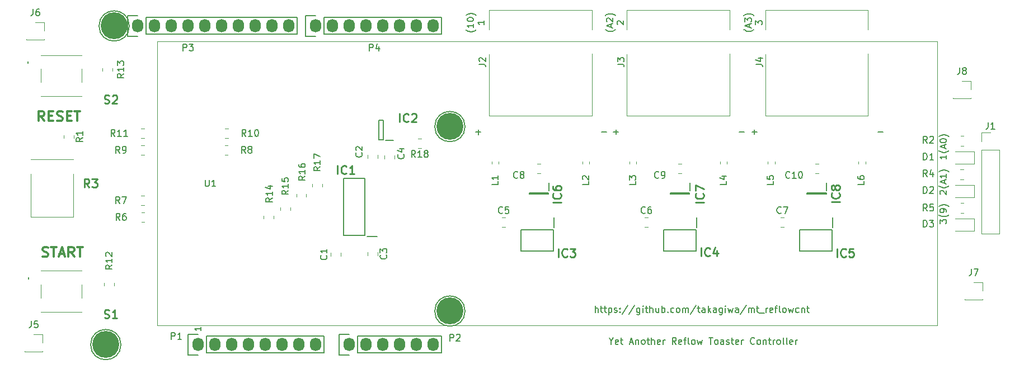
<source format=gto>
G04 #@! TF.GenerationSoftware,KiCad,Pcbnew,(6.0.6)*
G04 #@! TF.CreationDate,2022-11-03T02:00:48+09:00*
G04 #@! TF.ProjectId,mt_reflowcnt,6d745f72-6566-46c6-9f77-636e742e6b69,rev?*
G04 #@! TF.SameCoordinates,Original*
G04 #@! TF.FileFunction,Legend,Top*
G04 #@! TF.FilePolarity,Positive*
%FSLAX46Y46*%
G04 Gerber Fmt 4.6, Leading zero omitted, Abs format (unit mm)*
G04 Created by KiCad (PCBNEW (6.0.6)) date 2022-11-03 02:00:48*
%MOMM*%
%LPD*%
G01*
G04 APERTURE LIST*
%ADD10C,0.200000*%
%ADD11C,0.150000*%
%ADD12C,0.300000*%
%ADD13C,0.254000*%
%ADD14C,0.120000*%
%ADD15C,0.100000*%
%ADD16O,1.727200X2.032000*%
%ADD17C,4.064000*%
G04 APERTURE END LIST*
D10*
X199018952Y-118943380D02*
X199018952Y-117943380D01*
X199447523Y-118943380D02*
X199447523Y-118419571D01*
X199399904Y-118324333D01*
X199304666Y-118276714D01*
X199161809Y-118276714D01*
X199066571Y-118324333D01*
X199018952Y-118371952D01*
X199780857Y-118276714D02*
X200161809Y-118276714D01*
X199923714Y-117943380D02*
X199923714Y-118800523D01*
X199971333Y-118895761D01*
X200066571Y-118943380D01*
X200161809Y-118943380D01*
X200352285Y-118276714D02*
X200733238Y-118276714D01*
X200495142Y-117943380D02*
X200495142Y-118800523D01*
X200542761Y-118895761D01*
X200638000Y-118943380D01*
X200733238Y-118943380D01*
X201066571Y-118276714D02*
X201066571Y-119276714D01*
X201066571Y-118324333D02*
X201161809Y-118276714D01*
X201352285Y-118276714D01*
X201447523Y-118324333D01*
X201495142Y-118371952D01*
X201542761Y-118467190D01*
X201542761Y-118752904D01*
X201495142Y-118848142D01*
X201447523Y-118895761D01*
X201352285Y-118943380D01*
X201161809Y-118943380D01*
X201066571Y-118895761D01*
X201923714Y-118895761D02*
X202018952Y-118943380D01*
X202209428Y-118943380D01*
X202304666Y-118895761D01*
X202352285Y-118800523D01*
X202352285Y-118752904D01*
X202304666Y-118657666D01*
X202209428Y-118610047D01*
X202066571Y-118610047D01*
X201971333Y-118562428D01*
X201923714Y-118467190D01*
X201923714Y-118419571D01*
X201971333Y-118324333D01*
X202066571Y-118276714D01*
X202209428Y-118276714D01*
X202304666Y-118324333D01*
X202780857Y-118848142D02*
X202828476Y-118895761D01*
X202780857Y-118943380D01*
X202733238Y-118895761D01*
X202780857Y-118848142D01*
X202780857Y-118943380D01*
X202780857Y-118324333D02*
X202828476Y-118371952D01*
X202780857Y-118419571D01*
X202733238Y-118371952D01*
X202780857Y-118324333D01*
X202780857Y-118419571D01*
X203971333Y-117895761D02*
X203114190Y-119181476D01*
X205018952Y-117895761D02*
X204161809Y-119181476D01*
X205780857Y-118276714D02*
X205780857Y-119086238D01*
X205733238Y-119181476D01*
X205685619Y-119229095D01*
X205590380Y-119276714D01*
X205447523Y-119276714D01*
X205352285Y-119229095D01*
X205780857Y-118895761D02*
X205685619Y-118943380D01*
X205495142Y-118943380D01*
X205399904Y-118895761D01*
X205352285Y-118848142D01*
X205304666Y-118752904D01*
X205304666Y-118467190D01*
X205352285Y-118371952D01*
X205399904Y-118324333D01*
X205495142Y-118276714D01*
X205685619Y-118276714D01*
X205780857Y-118324333D01*
X206257047Y-118943380D02*
X206257047Y-118276714D01*
X206257047Y-117943380D02*
X206209428Y-117991000D01*
X206257047Y-118038619D01*
X206304666Y-117991000D01*
X206257047Y-117943380D01*
X206257047Y-118038619D01*
X206590380Y-118276714D02*
X206971333Y-118276714D01*
X206733238Y-117943380D02*
X206733238Y-118800523D01*
X206780857Y-118895761D01*
X206876095Y-118943380D01*
X206971333Y-118943380D01*
X207304666Y-118943380D02*
X207304666Y-117943380D01*
X207733238Y-118943380D02*
X207733238Y-118419571D01*
X207685619Y-118324333D01*
X207590380Y-118276714D01*
X207447523Y-118276714D01*
X207352285Y-118324333D01*
X207304666Y-118371952D01*
X208638000Y-118276714D02*
X208638000Y-118943380D01*
X208209428Y-118276714D02*
X208209428Y-118800523D01*
X208257047Y-118895761D01*
X208352285Y-118943380D01*
X208495142Y-118943380D01*
X208590380Y-118895761D01*
X208638000Y-118848142D01*
X209114190Y-118943380D02*
X209114190Y-117943380D01*
X209114190Y-118324333D02*
X209209428Y-118276714D01*
X209399904Y-118276714D01*
X209495142Y-118324333D01*
X209542761Y-118371952D01*
X209590380Y-118467190D01*
X209590380Y-118752904D01*
X209542761Y-118848142D01*
X209495142Y-118895761D01*
X209399904Y-118943380D01*
X209209428Y-118943380D01*
X209114190Y-118895761D01*
X210018952Y-118848142D02*
X210066571Y-118895761D01*
X210018952Y-118943380D01*
X209971333Y-118895761D01*
X210018952Y-118848142D01*
X210018952Y-118943380D01*
X210923714Y-118895761D02*
X210828476Y-118943380D01*
X210638000Y-118943380D01*
X210542761Y-118895761D01*
X210495142Y-118848142D01*
X210447523Y-118752904D01*
X210447523Y-118467190D01*
X210495142Y-118371952D01*
X210542761Y-118324333D01*
X210638000Y-118276714D01*
X210828476Y-118276714D01*
X210923714Y-118324333D01*
X211495142Y-118943380D02*
X211399904Y-118895761D01*
X211352285Y-118848142D01*
X211304666Y-118752904D01*
X211304666Y-118467190D01*
X211352285Y-118371952D01*
X211399904Y-118324333D01*
X211495142Y-118276714D01*
X211638000Y-118276714D01*
X211733238Y-118324333D01*
X211780857Y-118371952D01*
X211828476Y-118467190D01*
X211828476Y-118752904D01*
X211780857Y-118848142D01*
X211733238Y-118895761D01*
X211638000Y-118943380D01*
X211495142Y-118943380D01*
X212257047Y-118943380D02*
X212257047Y-118276714D01*
X212257047Y-118371952D02*
X212304666Y-118324333D01*
X212399904Y-118276714D01*
X212542761Y-118276714D01*
X212638000Y-118324333D01*
X212685619Y-118419571D01*
X212685619Y-118943380D01*
X212685619Y-118419571D02*
X212733238Y-118324333D01*
X212828476Y-118276714D01*
X212971333Y-118276714D01*
X213066571Y-118324333D01*
X213114190Y-118419571D01*
X213114190Y-118943380D01*
X214304666Y-117895761D02*
X213447523Y-119181476D01*
X214495142Y-118276714D02*
X214876095Y-118276714D01*
X214638000Y-117943380D02*
X214638000Y-118800523D01*
X214685619Y-118895761D01*
X214780857Y-118943380D01*
X214876095Y-118943380D01*
X215638000Y-118943380D02*
X215638000Y-118419571D01*
X215590380Y-118324333D01*
X215495142Y-118276714D01*
X215304666Y-118276714D01*
X215209428Y-118324333D01*
X215638000Y-118895761D02*
X215542761Y-118943380D01*
X215304666Y-118943380D01*
X215209428Y-118895761D01*
X215161809Y-118800523D01*
X215161809Y-118705285D01*
X215209428Y-118610047D01*
X215304666Y-118562428D01*
X215542761Y-118562428D01*
X215638000Y-118514809D01*
X216114190Y-118943380D02*
X216114190Y-117943380D01*
X216209428Y-118562428D02*
X216495142Y-118943380D01*
X216495142Y-118276714D02*
X216114190Y-118657666D01*
X217352285Y-118943380D02*
X217352285Y-118419571D01*
X217304666Y-118324333D01*
X217209428Y-118276714D01*
X217018952Y-118276714D01*
X216923714Y-118324333D01*
X217352285Y-118895761D02*
X217257047Y-118943380D01*
X217018952Y-118943380D01*
X216923714Y-118895761D01*
X216876095Y-118800523D01*
X216876095Y-118705285D01*
X216923714Y-118610047D01*
X217018952Y-118562428D01*
X217257047Y-118562428D01*
X217352285Y-118514809D01*
X218257047Y-118276714D02*
X218257047Y-119086238D01*
X218209428Y-119181476D01*
X218161809Y-119229095D01*
X218066571Y-119276714D01*
X217923714Y-119276714D01*
X217828476Y-119229095D01*
X218257047Y-118895761D02*
X218161809Y-118943380D01*
X217971333Y-118943380D01*
X217876095Y-118895761D01*
X217828476Y-118848142D01*
X217780857Y-118752904D01*
X217780857Y-118467190D01*
X217828476Y-118371952D01*
X217876095Y-118324333D01*
X217971333Y-118276714D01*
X218161809Y-118276714D01*
X218257047Y-118324333D01*
X218733238Y-118943380D02*
X218733238Y-118276714D01*
X218733238Y-117943380D02*
X218685619Y-117991000D01*
X218733238Y-118038619D01*
X218780857Y-117991000D01*
X218733238Y-117943380D01*
X218733238Y-118038619D01*
X219114190Y-118276714D02*
X219304666Y-118943380D01*
X219495142Y-118467190D01*
X219685619Y-118943380D01*
X219876095Y-118276714D01*
X220685619Y-118943380D02*
X220685619Y-118419571D01*
X220638000Y-118324333D01*
X220542761Y-118276714D01*
X220352285Y-118276714D01*
X220257047Y-118324333D01*
X220685619Y-118895761D02*
X220590380Y-118943380D01*
X220352285Y-118943380D01*
X220257047Y-118895761D01*
X220209428Y-118800523D01*
X220209428Y-118705285D01*
X220257047Y-118610047D01*
X220352285Y-118562428D01*
X220590380Y-118562428D01*
X220685619Y-118514809D01*
X221876095Y-117895761D02*
X221018952Y-119181476D01*
X222209428Y-118943380D02*
X222209428Y-118276714D01*
X222209428Y-118371952D02*
X222257047Y-118324333D01*
X222352285Y-118276714D01*
X222495142Y-118276714D01*
X222590380Y-118324333D01*
X222638000Y-118419571D01*
X222638000Y-118943380D01*
X222638000Y-118419571D02*
X222685619Y-118324333D01*
X222780857Y-118276714D01*
X222923714Y-118276714D01*
X223018952Y-118324333D01*
X223066571Y-118419571D01*
X223066571Y-118943380D01*
X223399904Y-118276714D02*
X223780857Y-118276714D01*
X223542761Y-117943380D02*
X223542761Y-118800523D01*
X223590380Y-118895761D01*
X223685619Y-118943380D01*
X223780857Y-118943380D01*
X223876095Y-119038619D02*
X224638000Y-119038619D01*
X224876095Y-118943380D02*
X224876095Y-118276714D01*
X224876095Y-118467190D02*
X224923714Y-118371952D01*
X224971333Y-118324333D01*
X225066571Y-118276714D01*
X225161809Y-118276714D01*
X225876095Y-118895761D02*
X225780857Y-118943380D01*
X225590380Y-118943380D01*
X225495142Y-118895761D01*
X225447523Y-118800523D01*
X225447523Y-118419571D01*
X225495142Y-118324333D01*
X225590380Y-118276714D01*
X225780857Y-118276714D01*
X225876095Y-118324333D01*
X225923714Y-118419571D01*
X225923714Y-118514809D01*
X225447523Y-118610047D01*
X226209428Y-118276714D02*
X226590380Y-118276714D01*
X226352285Y-118943380D02*
X226352285Y-118086238D01*
X226399904Y-117991000D01*
X226495142Y-117943380D01*
X226590380Y-117943380D01*
X227066571Y-118943380D02*
X226971333Y-118895761D01*
X226923714Y-118800523D01*
X226923714Y-117943380D01*
X227590380Y-118943380D02*
X227495142Y-118895761D01*
X227447523Y-118848142D01*
X227399904Y-118752904D01*
X227399904Y-118467190D01*
X227447523Y-118371952D01*
X227495142Y-118324333D01*
X227590380Y-118276714D01*
X227733238Y-118276714D01*
X227828476Y-118324333D01*
X227876095Y-118371952D01*
X227923714Y-118467190D01*
X227923714Y-118752904D01*
X227876095Y-118848142D01*
X227828476Y-118895761D01*
X227733238Y-118943380D01*
X227590380Y-118943380D01*
X228257047Y-118276714D02*
X228447523Y-118943380D01*
X228637999Y-118467190D01*
X228828476Y-118943380D01*
X229018952Y-118276714D01*
X229828476Y-118895761D02*
X229733238Y-118943380D01*
X229542761Y-118943380D01*
X229447523Y-118895761D01*
X229399904Y-118848142D01*
X229352285Y-118752904D01*
X229352285Y-118467190D01*
X229399904Y-118371952D01*
X229447523Y-118324333D01*
X229542761Y-118276714D01*
X229733238Y-118276714D01*
X229828476Y-118324333D01*
X230257047Y-118276714D02*
X230257047Y-118943380D01*
X230257047Y-118371952D02*
X230304666Y-118324333D01*
X230399904Y-118276714D01*
X230542761Y-118276714D01*
X230638000Y-118324333D01*
X230685619Y-118419571D01*
X230685619Y-118943380D01*
X231018952Y-118276714D02*
X231399904Y-118276714D01*
X231161809Y-117943380D02*
X231161809Y-118800523D01*
X231209428Y-118895761D01*
X231304666Y-118943380D01*
X231399904Y-118943380D01*
D11*
X201463428Y-123293190D02*
X201463428Y-123769380D01*
X201130095Y-122769380D02*
X201463428Y-123293190D01*
X201796761Y-122769380D01*
X202511047Y-123721761D02*
X202415809Y-123769380D01*
X202225333Y-123769380D01*
X202130095Y-123721761D01*
X202082476Y-123626523D01*
X202082476Y-123245571D01*
X202130095Y-123150333D01*
X202225333Y-123102714D01*
X202415809Y-123102714D01*
X202511047Y-123150333D01*
X202558666Y-123245571D01*
X202558666Y-123340809D01*
X202082476Y-123436047D01*
X202844380Y-123102714D02*
X203225333Y-123102714D01*
X202987238Y-122769380D02*
X202987238Y-123626523D01*
X203034857Y-123721761D01*
X203130095Y-123769380D01*
X203225333Y-123769380D01*
X204272952Y-123483666D02*
X204749142Y-123483666D01*
X204177714Y-123769380D02*
X204511047Y-122769380D01*
X204844380Y-123769380D01*
X205177714Y-123102714D02*
X205177714Y-123769380D01*
X205177714Y-123197952D02*
X205225333Y-123150333D01*
X205320571Y-123102714D01*
X205463428Y-123102714D01*
X205558666Y-123150333D01*
X205606285Y-123245571D01*
X205606285Y-123769380D01*
X206225333Y-123769380D02*
X206130095Y-123721761D01*
X206082476Y-123674142D01*
X206034857Y-123578904D01*
X206034857Y-123293190D01*
X206082476Y-123197952D01*
X206130095Y-123150333D01*
X206225333Y-123102714D01*
X206368190Y-123102714D01*
X206463428Y-123150333D01*
X206511047Y-123197952D01*
X206558666Y-123293190D01*
X206558666Y-123578904D01*
X206511047Y-123674142D01*
X206463428Y-123721761D01*
X206368190Y-123769380D01*
X206225333Y-123769380D01*
X206844380Y-123102714D02*
X207225333Y-123102714D01*
X206987238Y-122769380D02*
X206987238Y-123626523D01*
X207034857Y-123721761D01*
X207130095Y-123769380D01*
X207225333Y-123769380D01*
X207558666Y-123769380D02*
X207558666Y-122769380D01*
X207987238Y-123769380D02*
X207987238Y-123245571D01*
X207939619Y-123150333D01*
X207844380Y-123102714D01*
X207701523Y-123102714D01*
X207606285Y-123150333D01*
X207558666Y-123197952D01*
X208844380Y-123721761D02*
X208749142Y-123769380D01*
X208558666Y-123769380D01*
X208463428Y-123721761D01*
X208415809Y-123626523D01*
X208415809Y-123245571D01*
X208463428Y-123150333D01*
X208558666Y-123102714D01*
X208749142Y-123102714D01*
X208844380Y-123150333D01*
X208892000Y-123245571D01*
X208892000Y-123340809D01*
X208415809Y-123436047D01*
X209320571Y-123769380D02*
X209320571Y-123102714D01*
X209320571Y-123293190D02*
X209368190Y-123197952D01*
X209415809Y-123150333D01*
X209511047Y-123102714D01*
X209606285Y-123102714D01*
X211272952Y-123769380D02*
X210939619Y-123293190D01*
X210701523Y-123769380D02*
X210701523Y-122769380D01*
X211082476Y-122769380D01*
X211177714Y-122817000D01*
X211225333Y-122864619D01*
X211272952Y-122959857D01*
X211272952Y-123102714D01*
X211225333Y-123197952D01*
X211177714Y-123245571D01*
X211082476Y-123293190D01*
X210701523Y-123293190D01*
X212082476Y-123721761D02*
X211987238Y-123769380D01*
X211796761Y-123769380D01*
X211701523Y-123721761D01*
X211653904Y-123626523D01*
X211653904Y-123245571D01*
X211701523Y-123150333D01*
X211796761Y-123102714D01*
X211987238Y-123102714D01*
X212082476Y-123150333D01*
X212130095Y-123245571D01*
X212130095Y-123340809D01*
X211653904Y-123436047D01*
X212415809Y-123102714D02*
X212796761Y-123102714D01*
X212558666Y-123769380D02*
X212558666Y-122912238D01*
X212606285Y-122817000D01*
X212701523Y-122769380D01*
X212796761Y-122769380D01*
X213272952Y-123769380D02*
X213177714Y-123721761D01*
X213130095Y-123626523D01*
X213130095Y-122769380D01*
X213796761Y-123769380D02*
X213701523Y-123721761D01*
X213653904Y-123674142D01*
X213606285Y-123578904D01*
X213606285Y-123293190D01*
X213653904Y-123197952D01*
X213701523Y-123150333D01*
X213796761Y-123102714D01*
X213939619Y-123102714D01*
X214034857Y-123150333D01*
X214082476Y-123197952D01*
X214130095Y-123293190D01*
X214130095Y-123578904D01*
X214082476Y-123674142D01*
X214034857Y-123721761D01*
X213939619Y-123769380D01*
X213796761Y-123769380D01*
X214463428Y-123102714D02*
X214653904Y-123769380D01*
X214844380Y-123293190D01*
X215034857Y-123769380D01*
X215225333Y-123102714D01*
X216225333Y-122769380D02*
X216796761Y-122769380D01*
X216511047Y-123769380D02*
X216511047Y-122769380D01*
X217272952Y-123769380D02*
X217177714Y-123721761D01*
X217130095Y-123674142D01*
X217082476Y-123578904D01*
X217082476Y-123293190D01*
X217130095Y-123197952D01*
X217177714Y-123150333D01*
X217272952Y-123102714D01*
X217415809Y-123102714D01*
X217511047Y-123150333D01*
X217558666Y-123197952D01*
X217606285Y-123293190D01*
X217606285Y-123578904D01*
X217558666Y-123674142D01*
X217511047Y-123721761D01*
X217415809Y-123769380D01*
X217272952Y-123769380D01*
X218463428Y-123769380D02*
X218463428Y-123245571D01*
X218415809Y-123150333D01*
X218320571Y-123102714D01*
X218130095Y-123102714D01*
X218034857Y-123150333D01*
X218463428Y-123721761D02*
X218368190Y-123769380D01*
X218130095Y-123769380D01*
X218034857Y-123721761D01*
X217987238Y-123626523D01*
X217987238Y-123531285D01*
X218034857Y-123436047D01*
X218130095Y-123388428D01*
X218368190Y-123388428D01*
X218463428Y-123340809D01*
X218892000Y-123721761D02*
X218987238Y-123769380D01*
X219177714Y-123769380D01*
X219272952Y-123721761D01*
X219320571Y-123626523D01*
X219320571Y-123578904D01*
X219272952Y-123483666D01*
X219177714Y-123436047D01*
X219034857Y-123436047D01*
X218939619Y-123388428D01*
X218892000Y-123293190D01*
X218892000Y-123245571D01*
X218939619Y-123150333D01*
X219034857Y-123102714D01*
X219177714Y-123102714D01*
X219272952Y-123150333D01*
X219606285Y-123102714D02*
X219987238Y-123102714D01*
X219749142Y-122769380D02*
X219749142Y-123626523D01*
X219796761Y-123721761D01*
X219892000Y-123769380D01*
X219987238Y-123769380D01*
X220701523Y-123721761D02*
X220606285Y-123769380D01*
X220415809Y-123769380D01*
X220320571Y-123721761D01*
X220272952Y-123626523D01*
X220272952Y-123245571D01*
X220320571Y-123150333D01*
X220415809Y-123102714D01*
X220606285Y-123102714D01*
X220701523Y-123150333D01*
X220749142Y-123245571D01*
X220749142Y-123340809D01*
X220272952Y-123436047D01*
X221177714Y-123769380D02*
X221177714Y-123102714D01*
X221177714Y-123293190D02*
X221225333Y-123197952D01*
X221272952Y-123150333D01*
X221368190Y-123102714D01*
X221463428Y-123102714D01*
X223130095Y-123674142D02*
X223082476Y-123721761D01*
X222939619Y-123769380D01*
X222844380Y-123769380D01*
X222701523Y-123721761D01*
X222606285Y-123626523D01*
X222558666Y-123531285D01*
X222511047Y-123340809D01*
X222511047Y-123197952D01*
X222558666Y-123007476D01*
X222606285Y-122912238D01*
X222701523Y-122817000D01*
X222844380Y-122769380D01*
X222939619Y-122769380D01*
X223082476Y-122817000D01*
X223130095Y-122864619D01*
X223701523Y-123769380D02*
X223606285Y-123721761D01*
X223558666Y-123674142D01*
X223511047Y-123578904D01*
X223511047Y-123293190D01*
X223558666Y-123197952D01*
X223606285Y-123150333D01*
X223701523Y-123102714D01*
X223844380Y-123102714D01*
X223939619Y-123150333D01*
X223987238Y-123197952D01*
X224034857Y-123293190D01*
X224034857Y-123578904D01*
X223987238Y-123674142D01*
X223939619Y-123721761D01*
X223844380Y-123769380D01*
X223701523Y-123769380D01*
X224463428Y-123102714D02*
X224463428Y-123769380D01*
X224463428Y-123197952D02*
X224511047Y-123150333D01*
X224606285Y-123102714D01*
X224749142Y-123102714D01*
X224844380Y-123150333D01*
X224892000Y-123245571D01*
X224892000Y-123769380D01*
X225225333Y-123102714D02*
X225606285Y-123102714D01*
X225368190Y-122769380D02*
X225368190Y-123626523D01*
X225415809Y-123721761D01*
X225511047Y-123769380D01*
X225606285Y-123769380D01*
X225939619Y-123769380D02*
X225939619Y-123102714D01*
X225939619Y-123293190D02*
X225987238Y-123197952D01*
X226034857Y-123150333D01*
X226130095Y-123102714D01*
X226225333Y-123102714D01*
X226701523Y-123769380D02*
X226606285Y-123721761D01*
X226558666Y-123674142D01*
X226511047Y-123578904D01*
X226511047Y-123293190D01*
X226558666Y-123197952D01*
X226606285Y-123150333D01*
X226701523Y-123102714D01*
X226844380Y-123102714D01*
X226939619Y-123150333D01*
X226987238Y-123197952D01*
X227034857Y-123293190D01*
X227034857Y-123578904D01*
X226987238Y-123674142D01*
X226939619Y-123721761D01*
X226844380Y-123769380D01*
X226701523Y-123769380D01*
X227606285Y-123769380D02*
X227511047Y-123721761D01*
X227463428Y-123626523D01*
X227463428Y-122769380D01*
X228130095Y-123769380D02*
X228034857Y-123721761D01*
X227987238Y-123626523D01*
X227987238Y-122769380D01*
X228891999Y-123721761D02*
X228796761Y-123769380D01*
X228606285Y-123769380D01*
X228511047Y-123721761D01*
X228463428Y-123626523D01*
X228463428Y-123245571D01*
X228511047Y-123150333D01*
X228606285Y-123102714D01*
X228796761Y-123102714D01*
X228891999Y-123150333D01*
X228939619Y-123245571D01*
X228939619Y-123340809D01*
X228463428Y-123436047D01*
X229368190Y-123769380D02*
X229368190Y-123102714D01*
X229368190Y-123293190D02*
X229415809Y-123197952D01*
X229463428Y-123150333D01*
X229558666Y-123102714D01*
X229653904Y-123102714D01*
D10*
X251166380Y-105489190D02*
X251166380Y-104870142D01*
X251547333Y-105203476D01*
X251547333Y-105060619D01*
X251594952Y-104965380D01*
X251642571Y-104917761D01*
X251737809Y-104870142D01*
X251975904Y-104870142D01*
X252071142Y-104917761D01*
X252118761Y-104965380D01*
X252166380Y-105060619D01*
X252166380Y-105346333D01*
X252118761Y-105441571D01*
X252071142Y-105489190D01*
X252547333Y-104155857D02*
X252499714Y-104203476D01*
X252356857Y-104298714D01*
X252261619Y-104346333D01*
X252118761Y-104393952D01*
X251880666Y-104441571D01*
X251690190Y-104441571D01*
X251452095Y-104393952D01*
X251309238Y-104346333D01*
X251214000Y-104298714D01*
X251071142Y-104203476D01*
X251023523Y-104155857D01*
X252166380Y-103727285D02*
X252166380Y-103536809D01*
X252118761Y-103441571D01*
X252071142Y-103393952D01*
X251928285Y-103298714D01*
X251737809Y-103251095D01*
X251356857Y-103251095D01*
X251261619Y-103298714D01*
X251214000Y-103346333D01*
X251166380Y-103441571D01*
X251166380Y-103632047D01*
X251214000Y-103727285D01*
X251261619Y-103774904D01*
X251356857Y-103822523D01*
X251594952Y-103822523D01*
X251690190Y-103774904D01*
X251737809Y-103727285D01*
X251785428Y-103632047D01*
X251785428Y-103441571D01*
X251737809Y-103346333D01*
X251690190Y-103298714D01*
X251594952Y-103251095D01*
X252547333Y-102917761D02*
X252499714Y-102870142D01*
X252356857Y-102774904D01*
X252261619Y-102727285D01*
X252118761Y-102679666D01*
X251880666Y-102632047D01*
X251690190Y-102632047D01*
X251452095Y-102679666D01*
X251309238Y-102727285D01*
X251214000Y-102774904D01*
X251071142Y-102870142D01*
X251023523Y-102917761D01*
X251261619Y-101044142D02*
X251214000Y-100996523D01*
X251166380Y-100901285D01*
X251166380Y-100663190D01*
X251214000Y-100567952D01*
X251261619Y-100520333D01*
X251356857Y-100472714D01*
X251452095Y-100472714D01*
X251594952Y-100520333D01*
X252166380Y-101091761D01*
X252166380Y-100472714D01*
X252547333Y-99758428D02*
X252499714Y-99806047D01*
X252356857Y-99901285D01*
X252261619Y-99948904D01*
X252118761Y-99996523D01*
X251880666Y-100044142D01*
X251690190Y-100044142D01*
X251452095Y-99996523D01*
X251309238Y-99948904D01*
X251214000Y-99901285D01*
X251071142Y-99806047D01*
X251023523Y-99758428D01*
X251880666Y-99425095D02*
X251880666Y-98948904D01*
X252166380Y-99520333D02*
X251166380Y-99187000D01*
X252166380Y-98853666D01*
X252166380Y-97996523D02*
X252166380Y-98567952D01*
X252166380Y-98282238D02*
X251166380Y-98282238D01*
X251309238Y-98377476D01*
X251404476Y-98472714D01*
X251452095Y-98567952D01*
X252547333Y-97663190D02*
X252499714Y-97615571D01*
X252356857Y-97520333D01*
X252261619Y-97472714D01*
X252118761Y-97425095D01*
X251880666Y-97377476D01*
X251690190Y-97377476D01*
X251452095Y-97425095D01*
X251309238Y-97472714D01*
X251214000Y-97520333D01*
X251071142Y-97615571D01*
X251023523Y-97663190D01*
X252166380Y-95138714D02*
X252166380Y-95710142D01*
X252166380Y-95424428D02*
X251166380Y-95424428D01*
X251309238Y-95519666D01*
X251404476Y-95614904D01*
X251452095Y-95710142D01*
X252547333Y-94424428D02*
X252499714Y-94472047D01*
X252356857Y-94567285D01*
X252261619Y-94614904D01*
X252118761Y-94662523D01*
X251880666Y-94710142D01*
X251690190Y-94710142D01*
X251452095Y-94662523D01*
X251309238Y-94614904D01*
X251214000Y-94567285D01*
X251071142Y-94472047D01*
X251023523Y-94424428D01*
X251880666Y-94091095D02*
X251880666Y-93614904D01*
X252166380Y-94186333D02*
X251166380Y-93853000D01*
X252166380Y-93519666D01*
X251166380Y-92995857D02*
X251166380Y-92900619D01*
X251214000Y-92805380D01*
X251261619Y-92757761D01*
X251356857Y-92710142D01*
X251547333Y-92662523D01*
X251785428Y-92662523D01*
X251975904Y-92710142D01*
X252071142Y-92757761D01*
X252118761Y-92805380D01*
X252166380Y-92900619D01*
X252166380Y-92995857D01*
X252118761Y-93091095D01*
X252071142Y-93138714D01*
X251975904Y-93186333D01*
X251785428Y-93233952D01*
X251547333Y-93233952D01*
X251356857Y-93186333D01*
X251261619Y-93138714D01*
X251214000Y-93091095D01*
X251166380Y-92995857D01*
X252547333Y-92329190D02*
X252499714Y-92281571D01*
X252356857Y-92186333D01*
X252261619Y-92138714D01*
X252118761Y-92091095D01*
X251880666Y-92043476D01*
X251690190Y-92043476D01*
X251452095Y-92091095D01*
X251309238Y-92138714D01*
X251214000Y-92186333D01*
X251071142Y-92281571D01*
X251023523Y-92329190D01*
X223040333Y-76104619D02*
X222992714Y-76152238D01*
X222849857Y-76247476D01*
X222754619Y-76295095D01*
X222611761Y-76342714D01*
X222373666Y-76390333D01*
X222183190Y-76390333D01*
X221945095Y-76342714D01*
X221802238Y-76295095D01*
X221707000Y-76247476D01*
X221564142Y-76152238D01*
X221516523Y-76104619D01*
X222373666Y-75771285D02*
X222373666Y-75295095D01*
X222659380Y-75866523D02*
X221659380Y-75533190D01*
X222659380Y-75199857D01*
X221659380Y-74961761D02*
X221659380Y-74342714D01*
X222040333Y-74676047D01*
X222040333Y-74533190D01*
X222087952Y-74437952D01*
X222135571Y-74390333D01*
X222230809Y-74342714D01*
X222468904Y-74342714D01*
X222564142Y-74390333D01*
X222611761Y-74437952D01*
X222659380Y-74533190D01*
X222659380Y-74818904D01*
X222611761Y-74914142D01*
X222564142Y-74961761D01*
X223040333Y-74009380D02*
X222992714Y-73961761D01*
X222849857Y-73866523D01*
X222754619Y-73818904D01*
X222611761Y-73771285D01*
X222373666Y-73723666D01*
X222183190Y-73723666D01*
X221945095Y-73771285D01*
X221802238Y-73818904D01*
X221707000Y-73866523D01*
X221564142Y-73961761D01*
X221516523Y-74009380D01*
X223269380Y-75390333D02*
X223269380Y-74771285D01*
X223650333Y-75104619D01*
X223650333Y-74961761D01*
X223697952Y-74866523D01*
X223745571Y-74818904D01*
X223840809Y-74771285D01*
X224078904Y-74771285D01*
X224174142Y-74818904D01*
X224221761Y-74866523D01*
X224269380Y-74961761D01*
X224269380Y-75247476D01*
X224221761Y-75342714D01*
X224174142Y-75390333D01*
X202085333Y-76104619D02*
X202037714Y-76152238D01*
X201894857Y-76247476D01*
X201799619Y-76295095D01*
X201656761Y-76342714D01*
X201418666Y-76390333D01*
X201228190Y-76390333D01*
X200990095Y-76342714D01*
X200847238Y-76295095D01*
X200752000Y-76247476D01*
X200609142Y-76152238D01*
X200561523Y-76104619D01*
X201418666Y-75771285D02*
X201418666Y-75295095D01*
X201704380Y-75866523D02*
X200704380Y-75533190D01*
X201704380Y-75199857D01*
X200799619Y-74914142D02*
X200752000Y-74866523D01*
X200704380Y-74771285D01*
X200704380Y-74533190D01*
X200752000Y-74437952D01*
X200799619Y-74390333D01*
X200894857Y-74342714D01*
X200990095Y-74342714D01*
X201132952Y-74390333D01*
X201704380Y-74961761D01*
X201704380Y-74342714D01*
X202085333Y-74009380D02*
X202037714Y-73961761D01*
X201894857Y-73866523D01*
X201799619Y-73818904D01*
X201656761Y-73771285D01*
X201418666Y-73723666D01*
X201228190Y-73723666D01*
X200990095Y-73771285D01*
X200847238Y-73818904D01*
X200752000Y-73866523D01*
X200609142Y-73961761D01*
X200561523Y-74009380D01*
X202409619Y-75342714D02*
X202362000Y-75295095D01*
X202314380Y-75199857D01*
X202314380Y-74961761D01*
X202362000Y-74866523D01*
X202409619Y-74818904D01*
X202504857Y-74771285D01*
X202600095Y-74771285D01*
X202742952Y-74818904D01*
X203314380Y-75390333D01*
X203314380Y-74771285D01*
X181003333Y-76152238D02*
X180955714Y-76199857D01*
X180812857Y-76295095D01*
X180717619Y-76342714D01*
X180574761Y-76390333D01*
X180336666Y-76437952D01*
X180146190Y-76437952D01*
X179908095Y-76390333D01*
X179765238Y-76342714D01*
X179670000Y-76295095D01*
X179527142Y-76199857D01*
X179479523Y-76152238D01*
X180622380Y-75247476D02*
X180622380Y-75818904D01*
X180622380Y-75533190D02*
X179622380Y-75533190D01*
X179765238Y-75628428D01*
X179860476Y-75723666D01*
X179908095Y-75818904D01*
X179622380Y-74628428D02*
X179622380Y-74533190D01*
X179670000Y-74437952D01*
X179717619Y-74390333D01*
X179812857Y-74342714D01*
X180003333Y-74295095D01*
X180241428Y-74295095D01*
X180431904Y-74342714D01*
X180527142Y-74390333D01*
X180574761Y-74437952D01*
X180622380Y-74533190D01*
X180622380Y-74628428D01*
X180574761Y-74723666D01*
X180527142Y-74771285D01*
X180431904Y-74818904D01*
X180241428Y-74866523D01*
X180003333Y-74866523D01*
X179812857Y-74818904D01*
X179717619Y-74771285D01*
X179670000Y-74723666D01*
X179622380Y-74628428D01*
X181003333Y-73961761D02*
X180955714Y-73914142D01*
X180812857Y-73818904D01*
X180717619Y-73771285D01*
X180574761Y-73723666D01*
X180336666Y-73676047D01*
X180146190Y-73676047D01*
X179908095Y-73723666D01*
X179765238Y-73771285D01*
X179670000Y-73818904D01*
X179527142Y-73914142D01*
X179479523Y-73961761D01*
X182232380Y-74771285D02*
X182232380Y-75342714D01*
X182232380Y-75057000D02*
X181232380Y-75057000D01*
X181375238Y-75152238D01*
X181470476Y-75247476D01*
X181518095Y-75342714D01*
D12*
X115399714Y-110462142D02*
X115614000Y-110533571D01*
X115971142Y-110533571D01*
X116114000Y-110462142D01*
X116185428Y-110390714D01*
X116256857Y-110247857D01*
X116256857Y-110105000D01*
X116185428Y-109962142D01*
X116114000Y-109890714D01*
X115971142Y-109819285D01*
X115685428Y-109747857D01*
X115542571Y-109676428D01*
X115471142Y-109605000D01*
X115399714Y-109462142D01*
X115399714Y-109319285D01*
X115471142Y-109176428D01*
X115542571Y-109105000D01*
X115685428Y-109033571D01*
X116042571Y-109033571D01*
X116256857Y-109105000D01*
X116685428Y-109033571D02*
X117542571Y-109033571D01*
X117114000Y-110533571D02*
X117114000Y-109033571D01*
X117971142Y-110105000D02*
X118685428Y-110105000D01*
X117828285Y-110533571D02*
X118328285Y-109033571D01*
X118828285Y-110533571D01*
X120185428Y-110533571D02*
X119685428Y-109819285D01*
X119328285Y-110533571D02*
X119328285Y-109033571D01*
X119899714Y-109033571D01*
X120042571Y-109105000D01*
X120114000Y-109176428D01*
X120185428Y-109319285D01*
X120185428Y-109533571D01*
X120114000Y-109676428D01*
X120042571Y-109747857D01*
X119899714Y-109819285D01*
X119328285Y-109819285D01*
X120614000Y-109033571D02*
X121471142Y-109033571D01*
X121042571Y-110533571D02*
X121042571Y-109033571D01*
X115677428Y-89959571D02*
X115177428Y-89245285D01*
X114820285Y-89959571D02*
X114820285Y-88459571D01*
X115391714Y-88459571D01*
X115534571Y-88531000D01*
X115606000Y-88602428D01*
X115677428Y-88745285D01*
X115677428Y-88959571D01*
X115606000Y-89102428D01*
X115534571Y-89173857D01*
X115391714Y-89245285D01*
X114820285Y-89245285D01*
X116320285Y-89173857D02*
X116820285Y-89173857D01*
X117034571Y-89959571D02*
X116320285Y-89959571D01*
X116320285Y-88459571D01*
X117034571Y-88459571D01*
X117606000Y-89888142D02*
X117820285Y-89959571D01*
X118177428Y-89959571D01*
X118320285Y-89888142D01*
X118391714Y-89816714D01*
X118463142Y-89673857D01*
X118463142Y-89531000D01*
X118391714Y-89388142D01*
X118320285Y-89316714D01*
X118177428Y-89245285D01*
X117891714Y-89173857D01*
X117748857Y-89102428D01*
X117677428Y-89031000D01*
X117606000Y-88888142D01*
X117606000Y-88745285D01*
X117677428Y-88602428D01*
X117748857Y-88531000D01*
X117891714Y-88459571D01*
X118248857Y-88459571D01*
X118463142Y-88531000D01*
X119106000Y-89173857D02*
X119606000Y-89173857D01*
X119820285Y-89959571D02*
X119106000Y-89959571D01*
X119106000Y-88459571D01*
X119820285Y-88459571D01*
X120248857Y-88459571D02*
X121106000Y-88459571D01*
X120677428Y-89959571D02*
X120677428Y-88459571D01*
D11*
X139390380Y-121126285D02*
X139390380Y-121697714D01*
X139390380Y-121412000D02*
X138390380Y-121412000D01*
X138533238Y-121507238D01*
X138628476Y-121602476D01*
X138676095Y-121697714D01*
G04 #@! TO.C,J5*
X113712666Y-120253380D02*
X113712666Y-120967666D01*
X113665047Y-121110523D01*
X113569809Y-121205761D01*
X113426952Y-121253380D01*
X113331714Y-121253380D01*
X114665047Y-120253380D02*
X114188857Y-120253380D01*
X114141238Y-120729571D01*
X114188857Y-120681952D01*
X114284095Y-120634333D01*
X114522190Y-120634333D01*
X114617428Y-120681952D01*
X114665047Y-120729571D01*
X114712666Y-120824809D01*
X114712666Y-121062904D01*
X114665047Y-121158142D01*
X114617428Y-121205761D01*
X114522190Y-121253380D01*
X114284095Y-121253380D01*
X114188857Y-121205761D01*
X114141238Y-121158142D01*
G04 #@! TO.C,J6*
X113966666Y-73009380D02*
X113966666Y-73723666D01*
X113919047Y-73866523D01*
X113823809Y-73961761D01*
X113680952Y-74009380D01*
X113585714Y-74009380D01*
X114871428Y-73009380D02*
X114680952Y-73009380D01*
X114585714Y-73057000D01*
X114538095Y-73104619D01*
X114442857Y-73247476D01*
X114395238Y-73437952D01*
X114395238Y-73818904D01*
X114442857Y-73914142D01*
X114490476Y-73961761D01*
X114585714Y-74009380D01*
X114776190Y-74009380D01*
X114871428Y-73961761D01*
X114919047Y-73914142D01*
X114966666Y-73818904D01*
X114966666Y-73580809D01*
X114919047Y-73485571D01*
X114871428Y-73437952D01*
X114776190Y-73390333D01*
X114585714Y-73390333D01*
X114490476Y-73437952D01*
X114442857Y-73485571D01*
X114395238Y-73580809D01*
G04 #@! TO.C,J8*
X254174666Y-81899380D02*
X254174666Y-82613666D01*
X254127047Y-82756523D01*
X254031809Y-82851761D01*
X253888952Y-82899380D01*
X253793714Y-82899380D01*
X254793714Y-82327952D02*
X254698476Y-82280333D01*
X254650857Y-82232714D01*
X254603238Y-82137476D01*
X254603238Y-82089857D01*
X254650857Y-81994619D01*
X254698476Y-81947000D01*
X254793714Y-81899380D01*
X254984190Y-81899380D01*
X255079428Y-81947000D01*
X255127047Y-81994619D01*
X255174666Y-82089857D01*
X255174666Y-82137476D01*
X255127047Y-82232714D01*
X255079428Y-82280333D01*
X254984190Y-82327952D01*
X254793714Y-82327952D01*
X254698476Y-82375571D01*
X254650857Y-82423190D01*
X254603238Y-82518428D01*
X254603238Y-82708904D01*
X254650857Y-82804142D01*
X254698476Y-82851761D01*
X254793714Y-82899380D01*
X254984190Y-82899380D01*
X255079428Y-82851761D01*
X255127047Y-82804142D01*
X255174666Y-82708904D01*
X255174666Y-82518428D01*
X255127047Y-82423190D01*
X255079428Y-82375571D01*
X254984190Y-82327952D01*
G04 #@! TO.C,J7*
X255952666Y-112379380D02*
X255952666Y-113093666D01*
X255905047Y-113236523D01*
X255809809Y-113331761D01*
X255666952Y-113379380D01*
X255571714Y-113379380D01*
X256333619Y-112379380D02*
X257000285Y-112379380D01*
X256571714Y-113379380D01*
G04 #@! TO.C,P1*
X134897904Y-123007380D02*
X134897904Y-122007380D01*
X135278857Y-122007380D01*
X135374095Y-122055000D01*
X135421714Y-122102619D01*
X135469333Y-122197857D01*
X135469333Y-122340714D01*
X135421714Y-122435952D01*
X135374095Y-122483571D01*
X135278857Y-122531190D01*
X134897904Y-122531190D01*
X136421714Y-123007380D02*
X135850285Y-123007380D01*
X136136000Y-123007380D02*
X136136000Y-122007380D01*
X136040761Y-122150238D01*
X135945523Y-122245476D01*
X135850285Y-122293095D01*
G04 #@! TO.C,P2*
X177061904Y-123261380D02*
X177061904Y-122261380D01*
X177442857Y-122261380D01*
X177538095Y-122309000D01*
X177585714Y-122356619D01*
X177633333Y-122451857D01*
X177633333Y-122594714D01*
X177585714Y-122689952D01*
X177538095Y-122737571D01*
X177442857Y-122785190D01*
X177061904Y-122785190D01*
X178014285Y-122356619D02*
X178061904Y-122309000D01*
X178157142Y-122261380D01*
X178395238Y-122261380D01*
X178490476Y-122309000D01*
X178538095Y-122356619D01*
X178585714Y-122451857D01*
X178585714Y-122547095D01*
X178538095Y-122689952D01*
X177966666Y-123261380D01*
X178585714Y-123261380D01*
G04 #@! TO.C,P3*
X136675904Y-79319380D02*
X136675904Y-78319380D01*
X137056857Y-78319380D01*
X137152095Y-78367000D01*
X137199714Y-78414619D01*
X137247333Y-78509857D01*
X137247333Y-78652714D01*
X137199714Y-78747952D01*
X137152095Y-78795571D01*
X137056857Y-78843190D01*
X136675904Y-78843190D01*
X137580666Y-78319380D02*
X138199714Y-78319380D01*
X137866380Y-78700333D01*
X138009238Y-78700333D01*
X138104476Y-78747952D01*
X138152095Y-78795571D01*
X138199714Y-78890809D01*
X138199714Y-79128904D01*
X138152095Y-79224142D01*
X138104476Y-79271761D01*
X138009238Y-79319380D01*
X137723523Y-79319380D01*
X137628285Y-79271761D01*
X137580666Y-79224142D01*
G04 #@! TO.C,P4*
X164869904Y-79319380D02*
X164869904Y-78319380D01*
X165250857Y-78319380D01*
X165346095Y-78367000D01*
X165393714Y-78414619D01*
X165441333Y-78509857D01*
X165441333Y-78652714D01*
X165393714Y-78747952D01*
X165346095Y-78795571D01*
X165250857Y-78843190D01*
X164869904Y-78843190D01*
X166298476Y-78652714D02*
X166298476Y-79319380D01*
X166060380Y-78271761D02*
X165822285Y-78986047D01*
X166441333Y-78986047D01*
D13*
G04 #@! TO.C,S2*
X124762380Y-87255047D02*
X124943809Y-87315523D01*
X125246190Y-87315523D01*
X125367142Y-87255047D01*
X125427619Y-87194571D01*
X125488095Y-87073619D01*
X125488095Y-86952666D01*
X125427619Y-86831714D01*
X125367142Y-86771238D01*
X125246190Y-86710761D01*
X125004285Y-86650285D01*
X124883333Y-86589809D01*
X124822857Y-86529333D01*
X124762380Y-86408380D01*
X124762380Y-86287428D01*
X124822857Y-86166476D01*
X124883333Y-86106000D01*
X125004285Y-86045523D01*
X125306666Y-86045523D01*
X125488095Y-86106000D01*
X125971904Y-86166476D02*
X126032380Y-86106000D01*
X126153333Y-86045523D01*
X126455714Y-86045523D01*
X126576666Y-86106000D01*
X126637142Y-86166476D01*
X126697619Y-86287428D01*
X126697619Y-86408380D01*
X126637142Y-86589809D01*
X125911428Y-87315523D01*
X126697619Y-87315523D01*
G04 #@! TO.C,IC2*
X169448238Y-90109523D02*
X169448238Y-88839523D01*
X170778714Y-89988571D02*
X170718238Y-90049047D01*
X170536809Y-90109523D01*
X170415857Y-90109523D01*
X170234428Y-90049047D01*
X170113476Y-89928095D01*
X170053000Y-89807142D01*
X169992523Y-89565238D01*
X169992523Y-89383809D01*
X170053000Y-89141904D01*
X170113476Y-89020952D01*
X170234428Y-88900000D01*
X170415857Y-88839523D01*
X170536809Y-88839523D01*
X170718238Y-88900000D01*
X170778714Y-88960476D01*
X171262523Y-88960476D02*
X171323000Y-88900000D01*
X171443952Y-88839523D01*
X171746333Y-88839523D01*
X171867285Y-88900000D01*
X171927761Y-88960476D01*
X171988238Y-89081428D01*
X171988238Y-89202380D01*
X171927761Y-89383809D01*
X171202047Y-90109523D01*
X171988238Y-90109523D01*
G04 #@! TO.C,IC5*
X235615238Y-110556523D02*
X235615238Y-109286523D01*
X236945714Y-110435571D02*
X236885238Y-110496047D01*
X236703809Y-110556523D01*
X236582857Y-110556523D01*
X236401428Y-110496047D01*
X236280476Y-110375095D01*
X236220000Y-110254142D01*
X236159523Y-110012238D01*
X236159523Y-109830809D01*
X236220000Y-109588904D01*
X236280476Y-109467952D01*
X236401428Y-109347000D01*
X236582857Y-109286523D01*
X236703809Y-109286523D01*
X236885238Y-109347000D01*
X236945714Y-109407476D01*
X238094761Y-109286523D02*
X237490000Y-109286523D01*
X237429523Y-109891285D01*
X237490000Y-109830809D01*
X237610952Y-109770333D01*
X237913333Y-109770333D01*
X238034285Y-109830809D01*
X238094761Y-109891285D01*
X238155238Y-110012238D01*
X238155238Y-110314619D01*
X238094761Y-110435571D01*
X238034285Y-110496047D01*
X237913333Y-110556523D01*
X237610952Y-110556523D01*
X237490000Y-110496047D01*
X237429523Y-110435571D01*
D11*
G04 #@! TO.C,R16*
X155138380Y-98321857D02*
X154662190Y-98655190D01*
X155138380Y-98893285D02*
X154138380Y-98893285D01*
X154138380Y-98512333D01*
X154186000Y-98417095D01*
X154233619Y-98369476D01*
X154328857Y-98321857D01*
X154471714Y-98321857D01*
X154566952Y-98369476D01*
X154614571Y-98417095D01*
X154662190Y-98512333D01*
X154662190Y-98893285D01*
X155138380Y-97369476D02*
X155138380Y-97940904D01*
X155138380Y-97655190D02*
X154138380Y-97655190D01*
X154281238Y-97750428D01*
X154376476Y-97845666D01*
X154424095Y-97940904D01*
X154138380Y-96512333D02*
X154138380Y-96702809D01*
X154186000Y-96798047D01*
X154233619Y-96845666D01*
X154376476Y-96940904D01*
X154566952Y-96988523D01*
X154947904Y-96988523D01*
X155043142Y-96940904D01*
X155090761Y-96893285D01*
X155138380Y-96798047D01*
X155138380Y-96607571D01*
X155090761Y-96512333D01*
X155043142Y-96464714D01*
X154947904Y-96417095D01*
X154709809Y-96417095D01*
X154614571Y-96464714D01*
X154566952Y-96512333D01*
X154519333Y-96607571D01*
X154519333Y-96798047D01*
X154566952Y-96893285D01*
X154614571Y-96940904D01*
X154709809Y-96988523D01*
G04 #@! TO.C,R14*
X150185380Y-101607857D02*
X149709190Y-101941190D01*
X150185380Y-102179285D02*
X149185380Y-102179285D01*
X149185380Y-101798333D01*
X149233000Y-101703095D01*
X149280619Y-101655476D01*
X149375857Y-101607857D01*
X149518714Y-101607857D01*
X149613952Y-101655476D01*
X149661571Y-101703095D01*
X149709190Y-101798333D01*
X149709190Y-102179285D01*
X150185380Y-100655476D02*
X150185380Y-101226904D01*
X150185380Y-100941190D02*
X149185380Y-100941190D01*
X149328238Y-101036428D01*
X149423476Y-101131666D01*
X149471095Y-101226904D01*
X149518714Y-99798333D02*
X150185380Y-99798333D01*
X149137761Y-100036428D02*
X149852047Y-100274523D01*
X149852047Y-99655476D01*
G04 #@! TO.C,D3*
X248689904Y-105989380D02*
X248689904Y-104989380D01*
X248928000Y-104989380D01*
X249070857Y-105037000D01*
X249166095Y-105132238D01*
X249213714Y-105227476D01*
X249261333Y-105417952D01*
X249261333Y-105560809D01*
X249213714Y-105751285D01*
X249166095Y-105846523D01*
X249070857Y-105941761D01*
X248928000Y-105989380D01*
X248689904Y-105989380D01*
X249594666Y-104989380D02*
X250213714Y-104989380D01*
X249880380Y-105370333D01*
X250023238Y-105370333D01*
X250118476Y-105417952D01*
X250166095Y-105465571D01*
X250213714Y-105560809D01*
X250213714Y-105798904D01*
X250166095Y-105894142D01*
X250118476Y-105941761D01*
X250023238Y-105989380D01*
X249737523Y-105989380D01*
X249642285Y-105941761D01*
X249594666Y-105894142D01*
D13*
G04 #@! TO.C,IC4*
X215041238Y-110429523D02*
X215041238Y-109159523D01*
X216371714Y-110308571D02*
X216311238Y-110369047D01*
X216129809Y-110429523D01*
X216008857Y-110429523D01*
X215827428Y-110369047D01*
X215706476Y-110248095D01*
X215646000Y-110127142D01*
X215585523Y-109885238D01*
X215585523Y-109703809D01*
X215646000Y-109461904D01*
X215706476Y-109340952D01*
X215827428Y-109220000D01*
X216008857Y-109159523D01*
X216129809Y-109159523D01*
X216311238Y-109220000D01*
X216371714Y-109280476D01*
X217460285Y-109582857D02*
X217460285Y-110429523D01*
X217157904Y-109099047D02*
X216855523Y-110006190D01*
X217641714Y-110006190D01*
D11*
G04 #@! TO.C,J4*
X223353380Y-81359333D02*
X224067666Y-81359333D01*
X224210523Y-81406952D01*
X224305761Y-81502190D01*
X224353380Y-81645047D01*
X224353380Y-81740285D01*
X223686714Y-80454571D02*
X224353380Y-80454571D01*
X223305761Y-80692666D02*
X224020047Y-80930761D01*
X224020047Y-80311714D01*
X222732647Y-91619228D02*
X223494552Y-91619228D01*
X223113600Y-92000180D02*
X223113600Y-91238276D01*
X241782647Y-91619228D02*
X242544552Y-91619228D01*
G04 #@! TO.C,C6*
X206589333Y-103862142D02*
X206541714Y-103909761D01*
X206398857Y-103957380D01*
X206303619Y-103957380D01*
X206160761Y-103909761D01*
X206065523Y-103814523D01*
X206017904Y-103719285D01*
X205970285Y-103528809D01*
X205970285Y-103385952D01*
X206017904Y-103195476D01*
X206065523Y-103100238D01*
X206160761Y-103005000D01*
X206303619Y-102957380D01*
X206398857Y-102957380D01*
X206541714Y-103005000D01*
X206589333Y-103052619D01*
X207446476Y-102957380D02*
X207256000Y-102957380D01*
X207160761Y-103005000D01*
X207113142Y-103052619D01*
X207017904Y-103195476D01*
X206970285Y-103385952D01*
X206970285Y-103766904D01*
X207017904Y-103862142D01*
X207065523Y-103909761D01*
X207160761Y-103957380D01*
X207351238Y-103957380D01*
X207446476Y-103909761D01*
X207494095Y-103862142D01*
X207541714Y-103766904D01*
X207541714Y-103528809D01*
X207494095Y-103433571D01*
X207446476Y-103385952D01*
X207351238Y-103338333D01*
X207160761Y-103338333D01*
X207065523Y-103385952D01*
X207017904Y-103433571D01*
X206970285Y-103528809D01*
G04 #@! TO.C,R18*
X171823142Y-95447380D02*
X171489809Y-94971190D01*
X171251714Y-95447380D02*
X171251714Y-94447380D01*
X171632666Y-94447380D01*
X171727904Y-94495000D01*
X171775523Y-94542619D01*
X171823142Y-94637857D01*
X171823142Y-94780714D01*
X171775523Y-94875952D01*
X171727904Y-94923571D01*
X171632666Y-94971190D01*
X171251714Y-94971190D01*
X172775523Y-95447380D02*
X172204095Y-95447380D01*
X172489809Y-95447380D02*
X172489809Y-94447380D01*
X172394571Y-94590238D01*
X172299333Y-94685476D01*
X172204095Y-94733095D01*
X173346952Y-94875952D02*
X173251714Y-94828333D01*
X173204095Y-94780714D01*
X173156476Y-94685476D01*
X173156476Y-94637857D01*
X173204095Y-94542619D01*
X173251714Y-94495000D01*
X173346952Y-94447380D01*
X173537428Y-94447380D01*
X173632666Y-94495000D01*
X173680285Y-94542619D01*
X173727904Y-94637857D01*
X173727904Y-94685476D01*
X173680285Y-94780714D01*
X173632666Y-94828333D01*
X173537428Y-94875952D01*
X173346952Y-94875952D01*
X173251714Y-94923571D01*
X173204095Y-94971190D01*
X173156476Y-95066428D01*
X173156476Y-95256904D01*
X173204095Y-95352142D01*
X173251714Y-95399761D01*
X173346952Y-95447380D01*
X173537428Y-95447380D01*
X173632666Y-95399761D01*
X173680285Y-95352142D01*
X173727904Y-95256904D01*
X173727904Y-95066428D01*
X173680285Y-94971190D01*
X173632666Y-94923571D01*
X173537428Y-94875952D01*
G04 #@! TO.C,J2*
X181443380Y-81359333D02*
X182157666Y-81359333D01*
X182300523Y-81406952D01*
X182395761Y-81502190D01*
X182443380Y-81645047D01*
X182443380Y-81740285D01*
X181538619Y-80930761D02*
X181491000Y-80883142D01*
X181443380Y-80787904D01*
X181443380Y-80549809D01*
X181491000Y-80454571D01*
X181538619Y-80406952D01*
X181633857Y-80359333D01*
X181729095Y-80359333D01*
X181871952Y-80406952D01*
X182443380Y-80978380D01*
X182443380Y-80359333D01*
X200025047Y-91638428D02*
X200786952Y-91638428D01*
X180975047Y-91638428D02*
X181736952Y-91638428D01*
X181356000Y-92019380D02*
X181356000Y-91257476D01*
G04 #@! TO.C,R5*
X249261333Y-103576380D02*
X248928000Y-103100190D01*
X248689904Y-103576380D02*
X248689904Y-102576380D01*
X249070857Y-102576380D01*
X249166095Y-102624000D01*
X249213714Y-102671619D01*
X249261333Y-102766857D01*
X249261333Y-102909714D01*
X249213714Y-103004952D01*
X249166095Y-103052571D01*
X249070857Y-103100190D01*
X248689904Y-103100190D01*
X250166095Y-102576380D02*
X249689904Y-102576380D01*
X249642285Y-103052571D01*
X249689904Y-103004952D01*
X249785142Y-102957333D01*
X250023238Y-102957333D01*
X250118476Y-103004952D01*
X250166095Y-103052571D01*
X250213714Y-103147809D01*
X250213714Y-103385904D01*
X250166095Y-103481142D01*
X250118476Y-103528761D01*
X250023238Y-103576380D01*
X249785142Y-103576380D01*
X249689904Y-103528761D01*
X249642285Y-103481142D01*
G04 #@! TO.C,R9*
X127087333Y-94813380D02*
X126754000Y-94337190D01*
X126515904Y-94813380D02*
X126515904Y-93813380D01*
X126896857Y-93813380D01*
X126992095Y-93861000D01*
X127039714Y-93908619D01*
X127087333Y-94003857D01*
X127087333Y-94146714D01*
X127039714Y-94241952D01*
X126992095Y-94289571D01*
X126896857Y-94337190D01*
X126515904Y-94337190D01*
X127563523Y-94813380D02*
X127754000Y-94813380D01*
X127849238Y-94765761D01*
X127896857Y-94718142D01*
X127992095Y-94575285D01*
X128039714Y-94384809D01*
X128039714Y-94003857D01*
X127992095Y-93908619D01*
X127944476Y-93861000D01*
X127849238Y-93813380D01*
X127658761Y-93813380D01*
X127563523Y-93861000D01*
X127515904Y-93908619D01*
X127468285Y-94003857D01*
X127468285Y-94241952D01*
X127515904Y-94337190D01*
X127563523Y-94384809D01*
X127658761Y-94432428D01*
X127849238Y-94432428D01*
X127944476Y-94384809D01*
X127992095Y-94337190D01*
X128039714Y-94241952D01*
G04 #@! TO.C,R2*
X249261333Y-93289380D02*
X248928000Y-92813190D01*
X248689904Y-93289380D02*
X248689904Y-92289380D01*
X249070857Y-92289380D01*
X249166095Y-92337000D01*
X249213714Y-92384619D01*
X249261333Y-92479857D01*
X249261333Y-92622714D01*
X249213714Y-92717952D01*
X249166095Y-92765571D01*
X249070857Y-92813190D01*
X248689904Y-92813190D01*
X249642285Y-92384619D02*
X249689904Y-92337000D01*
X249785142Y-92289380D01*
X250023238Y-92289380D01*
X250118476Y-92337000D01*
X250166095Y-92384619D01*
X250213714Y-92479857D01*
X250213714Y-92575095D01*
X250166095Y-92717952D01*
X249594666Y-93289380D01*
X250213714Y-93289380D01*
G04 #@! TO.C,R15*
X152598380Y-100480857D02*
X152122190Y-100814190D01*
X152598380Y-101052285D02*
X151598380Y-101052285D01*
X151598380Y-100671333D01*
X151646000Y-100576095D01*
X151693619Y-100528476D01*
X151788857Y-100480857D01*
X151931714Y-100480857D01*
X152026952Y-100528476D01*
X152074571Y-100576095D01*
X152122190Y-100671333D01*
X152122190Y-101052285D01*
X152598380Y-99528476D02*
X152598380Y-100099904D01*
X152598380Y-99814190D02*
X151598380Y-99814190D01*
X151741238Y-99909428D01*
X151836476Y-100004666D01*
X151884095Y-100099904D01*
X151598380Y-98623714D02*
X151598380Y-99099904D01*
X152074571Y-99147523D01*
X152026952Y-99099904D01*
X151979333Y-99004666D01*
X151979333Y-98766571D01*
X152026952Y-98671333D01*
X152074571Y-98623714D01*
X152169809Y-98576095D01*
X152407904Y-98576095D01*
X152503142Y-98623714D01*
X152550761Y-98671333D01*
X152598380Y-98766571D01*
X152598380Y-99004666D01*
X152550761Y-99099904D01*
X152503142Y-99147523D01*
G04 #@! TO.C,R6*
X127119333Y-104973380D02*
X126786000Y-104497190D01*
X126547904Y-104973380D02*
X126547904Y-103973380D01*
X126928857Y-103973380D01*
X127024095Y-104021000D01*
X127071714Y-104068619D01*
X127119333Y-104163857D01*
X127119333Y-104306714D01*
X127071714Y-104401952D01*
X127024095Y-104449571D01*
X126928857Y-104497190D01*
X126547904Y-104497190D01*
X127976476Y-103973380D02*
X127786000Y-103973380D01*
X127690761Y-104021000D01*
X127643142Y-104068619D01*
X127547904Y-104211476D01*
X127500285Y-104401952D01*
X127500285Y-104782904D01*
X127547904Y-104878142D01*
X127595523Y-104925761D01*
X127690761Y-104973380D01*
X127881238Y-104973380D01*
X127976476Y-104925761D01*
X128024095Y-104878142D01*
X128071714Y-104782904D01*
X128071714Y-104544809D01*
X128024095Y-104449571D01*
X127976476Y-104401952D01*
X127881238Y-104354333D01*
X127690761Y-104354333D01*
X127595523Y-104401952D01*
X127547904Y-104449571D01*
X127500285Y-104544809D01*
G04 #@! TO.C,R17*
X157424380Y-96908857D02*
X156948190Y-97242190D01*
X157424380Y-97480285D02*
X156424380Y-97480285D01*
X156424380Y-97099333D01*
X156472000Y-97004095D01*
X156519619Y-96956476D01*
X156614857Y-96908857D01*
X156757714Y-96908857D01*
X156852952Y-96956476D01*
X156900571Y-97004095D01*
X156948190Y-97099333D01*
X156948190Y-97480285D01*
X157424380Y-95956476D02*
X157424380Y-96527904D01*
X157424380Y-96242190D02*
X156424380Y-96242190D01*
X156567238Y-96337428D01*
X156662476Y-96432666D01*
X156710095Y-96527904D01*
X156424380Y-95623142D02*
X156424380Y-94956476D01*
X157424380Y-95385047D01*
G04 #@! TO.C,D2*
X248689904Y-100909380D02*
X248689904Y-99909380D01*
X248928000Y-99909380D01*
X249070857Y-99957000D01*
X249166095Y-100052238D01*
X249213714Y-100147476D01*
X249261333Y-100337952D01*
X249261333Y-100480809D01*
X249213714Y-100671285D01*
X249166095Y-100766523D01*
X249070857Y-100861761D01*
X248928000Y-100909380D01*
X248689904Y-100909380D01*
X249642285Y-100004619D02*
X249689904Y-99957000D01*
X249785142Y-99909380D01*
X250023238Y-99909380D01*
X250118476Y-99957000D01*
X250166095Y-100004619D01*
X250213714Y-100099857D01*
X250213714Y-100195095D01*
X250166095Y-100337952D01*
X249594666Y-100909380D01*
X250213714Y-100909380D01*
G04 #@! TO.C,L3*
X205176380Y-99099666D02*
X205176380Y-99575857D01*
X204176380Y-99575857D01*
X204176380Y-98861571D02*
X204176380Y-98242523D01*
X204557333Y-98575857D01*
X204557333Y-98433000D01*
X204604952Y-98337761D01*
X204652571Y-98290142D01*
X204747809Y-98242523D01*
X204985904Y-98242523D01*
X205081142Y-98290142D01*
X205128761Y-98337761D01*
X205176380Y-98433000D01*
X205176380Y-98718714D01*
X205128761Y-98813952D01*
X205081142Y-98861571D01*
G04 #@! TO.C,R13*
X127706380Y-82795857D02*
X127230190Y-83129190D01*
X127706380Y-83367285D02*
X126706380Y-83367285D01*
X126706380Y-82986333D01*
X126754000Y-82891095D01*
X126801619Y-82843476D01*
X126896857Y-82795857D01*
X127039714Y-82795857D01*
X127134952Y-82843476D01*
X127182571Y-82891095D01*
X127230190Y-82986333D01*
X127230190Y-83367285D01*
X127706380Y-81843476D02*
X127706380Y-82414904D01*
X127706380Y-82129190D02*
X126706380Y-82129190D01*
X126849238Y-82224428D01*
X126944476Y-82319666D01*
X126992095Y-82414904D01*
X126706380Y-81510142D02*
X126706380Y-80891095D01*
X127087333Y-81224428D01*
X127087333Y-81081571D01*
X127134952Y-80986333D01*
X127182571Y-80938714D01*
X127277809Y-80891095D01*
X127515904Y-80891095D01*
X127611142Y-80938714D01*
X127658761Y-80986333D01*
X127706380Y-81081571D01*
X127706380Y-81367285D01*
X127658761Y-81462523D01*
X127611142Y-81510142D01*
G04 #@! TO.C,C4*
X170029142Y-95035666D02*
X170076761Y-95083285D01*
X170124380Y-95226142D01*
X170124380Y-95321380D01*
X170076761Y-95464238D01*
X169981523Y-95559476D01*
X169886285Y-95607095D01*
X169695809Y-95654714D01*
X169552952Y-95654714D01*
X169362476Y-95607095D01*
X169267238Y-95559476D01*
X169172000Y-95464238D01*
X169124380Y-95321380D01*
X169124380Y-95226142D01*
X169172000Y-95083285D01*
X169219619Y-95035666D01*
X169457714Y-94178523D02*
X170124380Y-94178523D01*
X169076761Y-94416619D02*
X169791047Y-94654714D01*
X169791047Y-94035666D01*
G04 #@! TO.C,R10*
X146169142Y-92273380D02*
X145835809Y-91797190D01*
X145597714Y-92273380D02*
X145597714Y-91273380D01*
X145978666Y-91273380D01*
X146073904Y-91321000D01*
X146121523Y-91368619D01*
X146169142Y-91463857D01*
X146169142Y-91606714D01*
X146121523Y-91701952D01*
X146073904Y-91749571D01*
X145978666Y-91797190D01*
X145597714Y-91797190D01*
X147121523Y-92273380D02*
X146550095Y-92273380D01*
X146835809Y-92273380D02*
X146835809Y-91273380D01*
X146740571Y-91416238D01*
X146645333Y-91511476D01*
X146550095Y-91559095D01*
X147740571Y-91273380D02*
X147835809Y-91273380D01*
X147931047Y-91321000D01*
X147978666Y-91368619D01*
X148026285Y-91463857D01*
X148073904Y-91654333D01*
X148073904Y-91892428D01*
X148026285Y-92082904D01*
X147978666Y-92178142D01*
X147931047Y-92225761D01*
X147835809Y-92273380D01*
X147740571Y-92273380D01*
X147645333Y-92225761D01*
X147597714Y-92178142D01*
X147550095Y-92082904D01*
X147502476Y-91892428D01*
X147502476Y-91654333D01*
X147550095Y-91463857D01*
X147597714Y-91368619D01*
X147645333Y-91321000D01*
X147740571Y-91273380D01*
D13*
G04 #@! TO.C,IC8*
X236032523Y-102204761D02*
X234762523Y-102204761D01*
X235911571Y-100874285D02*
X235972047Y-100934761D01*
X236032523Y-101116190D01*
X236032523Y-101237142D01*
X235972047Y-101418571D01*
X235851095Y-101539523D01*
X235730142Y-101600000D01*
X235488238Y-101660476D01*
X235306809Y-101660476D01*
X235064904Y-101600000D01*
X234943952Y-101539523D01*
X234823000Y-101418571D01*
X234762523Y-101237142D01*
X234762523Y-101116190D01*
X234823000Y-100934761D01*
X234883476Y-100874285D01*
X235306809Y-100148571D02*
X235246333Y-100269523D01*
X235185857Y-100330000D01*
X235064904Y-100390476D01*
X235004428Y-100390476D01*
X234883476Y-100330000D01*
X234823000Y-100269523D01*
X234762523Y-100148571D01*
X234762523Y-99906666D01*
X234823000Y-99785714D01*
X234883476Y-99725238D01*
X235004428Y-99664761D01*
X235064904Y-99664761D01*
X235185857Y-99725238D01*
X235246333Y-99785714D01*
X235306809Y-99906666D01*
X235306809Y-100148571D01*
X235367285Y-100269523D01*
X235427761Y-100330000D01*
X235548714Y-100390476D01*
X235790619Y-100390476D01*
X235911571Y-100330000D01*
X235972047Y-100269523D01*
X236032523Y-100148571D01*
X236032523Y-99906666D01*
X235972047Y-99785714D01*
X235911571Y-99725238D01*
X235790619Y-99664761D01*
X235548714Y-99664761D01*
X235427761Y-99725238D01*
X235367285Y-99785714D01*
X235306809Y-99906666D01*
D11*
G04 #@! TO.C,L2*
X198064380Y-99099666D02*
X198064380Y-99575857D01*
X197064380Y-99575857D01*
X197159619Y-98813952D02*
X197112000Y-98766333D01*
X197064380Y-98671095D01*
X197064380Y-98433000D01*
X197112000Y-98337761D01*
X197159619Y-98290142D01*
X197254857Y-98242523D01*
X197350095Y-98242523D01*
X197492952Y-98290142D01*
X198064380Y-98861571D01*
X198064380Y-98242523D01*
G04 #@! TO.C,R7*
X127087333Y-102433380D02*
X126754000Y-101957190D01*
X126515904Y-102433380D02*
X126515904Y-101433380D01*
X126896857Y-101433380D01*
X126992095Y-101481000D01*
X127039714Y-101528619D01*
X127087333Y-101623857D01*
X127087333Y-101766714D01*
X127039714Y-101861952D01*
X126992095Y-101909571D01*
X126896857Y-101957190D01*
X126515904Y-101957190D01*
X127420666Y-101433380D02*
X128087333Y-101433380D01*
X127658761Y-102433380D01*
D13*
G04 #@! TO.C,IC1*
X160050238Y-97983523D02*
X160050238Y-96713523D01*
X161380714Y-97862571D02*
X161320238Y-97923047D01*
X161138809Y-97983523D01*
X161017857Y-97983523D01*
X160836428Y-97923047D01*
X160715476Y-97802095D01*
X160655000Y-97681142D01*
X160594523Y-97439238D01*
X160594523Y-97257809D01*
X160655000Y-97015904D01*
X160715476Y-96894952D01*
X160836428Y-96774000D01*
X161017857Y-96713523D01*
X161138809Y-96713523D01*
X161320238Y-96774000D01*
X161380714Y-96834476D01*
X162590238Y-97983523D02*
X161864523Y-97983523D01*
X162227380Y-97983523D02*
X162227380Y-96713523D01*
X162106428Y-96894952D01*
X161985476Y-97015904D01*
X161864523Y-97076380D01*
D11*
G04 #@! TO.C,L6*
X239720380Y-99099666D02*
X239720380Y-99575857D01*
X238720380Y-99575857D01*
X238720380Y-98337761D02*
X238720380Y-98528238D01*
X238768000Y-98623476D01*
X238815619Y-98671095D01*
X238958476Y-98766333D01*
X239148952Y-98813952D01*
X239529904Y-98813952D01*
X239625142Y-98766333D01*
X239672761Y-98718714D01*
X239720380Y-98623476D01*
X239720380Y-98433000D01*
X239672761Y-98337761D01*
X239625142Y-98290142D01*
X239529904Y-98242523D01*
X239291809Y-98242523D01*
X239196571Y-98290142D01*
X239148952Y-98337761D01*
X239101333Y-98433000D01*
X239101333Y-98623476D01*
X239148952Y-98718714D01*
X239196571Y-98766333D01*
X239291809Y-98813952D01*
D13*
G04 #@! TO.C,S1*
X124762380Y-119767047D02*
X124943809Y-119827523D01*
X125246190Y-119827523D01*
X125367142Y-119767047D01*
X125427619Y-119706571D01*
X125488095Y-119585619D01*
X125488095Y-119464666D01*
X125427619Y-119343714D01*
X125367142Y-119283238D01*
X125246190Y-119222761D01*
X125004285Y-119162285D01*
X124883333Y-119101809D01*
X124822857Y-119041333D01*
X124762380Y-118920380D01*
X124762380Y-118799428D01*
X124822857Y-118678476D01*
X124883333Y-118618000D01*
X125004285Y-118557523D01*
X125306666Y-118557523D01*
X125488095Y-118618000D01*
X126697619Y-119827523D02*
X125971904Y-119827523D01*
X126334761Y-119827523D02*
X126334761Y-118557523D01*
X126213809Y-118738952D01*
X126092857Y-118859904D01*
X125971904Y-118920380D01*
D11*
G04 #@! TO.C,U1*
X140018095Y-98865380D02*
X140018095Y-99674904D01*
X140065714Y-99770142D01*
X140113333Y-99817761D01*
X140208571Y-99865380D01*
X140399047Y-99865380D01*
X140494285Y-99817761D01*
X140541904Y-99770142D01*
X140589523Y-99674904D01*
X140589523Y-98865380D01*
X141589523Y-99865380D02*
X141018095Y-99865380D01*
X141303809Y-99865380D02*
X141303809Y-98865380D01*
X141208571Y-99008238D01*
X141113333Y-99103476D01*
X141018095Y-99151095D01*
D13*
G04 #@! TO.C,IC6*
X193868523Y-102279761D02*
X192598523Y-102279761D01*
X193747571Y-100949285D02*
X193808047Y-101009761D01*
X193868523Y-101191190D01*
X193868523Y-101312142D01*
X193808047Y-101493571D01*
X193687095Y-101614523D01*
X193566142Y-101675000D01*
X193324238Y-101735476D01*
X193142809Y-101735476D01*
X192900904Y-101675000D01*
X192779952Y-101614523D01*
X192659000Y-101493571D01*
X192598523Y-101312142D01*
X192598523Y-101191190D01*
X192659000Y-101009761D01*
X192719476Y-100949285D01*
X192598523Y-99860714D02*
X192598523Y-100102619D01*
X192659000Y-100223571D01*
X192719476Y-100284047D01*
X192900904Y-100405000D01*
X193142809Y-100465476D01*
X193626619Y-100465476D01*
X193747571Y-100405000D01*
X193808047Y-100344523D01*
X193868523Y-100223571D01*
X193868523Y-99981666D01*
X193808047Y-99860714D01*
X193747571Y-99800238D01*
X193626619Y-99739761D01*
X193324238Y-99739761D01*
X193203285Y-99800238D01*
X193142809Y-99860714D01*
X193082333Y-99981666D01*
X193082333Y-100223571D01*
X193142809Y-100344523D01*
X193203285Y-100405000D01*
X193324238Y-100465476D01*
D11*
G04 #@! TO.C,R11*
X126357142Y-92273380D02*
X126023809Y-91797190D01*
X125785714Y-92273380D02*
X125785714Y-91273380D01*
X126166666Y-91273380D01*
X126261904Y-91321000D01*
X126309523Y-91368619D01*
X126357142Y-91463857D01*
X126357142Y-91606714D01*
X126309523Y-91701952D01*
X126261904Y-91749571D01*
X126166666Y-91797190D01*
X125785714Y-91797190D01*
X127309523Y-92273380D02*
X126738095Y-92273380D01*
X127023809Y-92273380D02*
X127023809Y-91273380D01*
X126928571Y-91416238D01*
X126833333Y-91511476D01*
X126738095Y-91559095D01*
X128261904Y-92273380D02*
X127690476Y-92273380D01*
X127976190Y-92273380D02*
X127976190Y-91273380D01*
X127880952Y-91416238D01*
X127785714Y-91511476D01*
X127690476Y-91559095D01*
G04 #@! TO.C,J1*
X258492666Y-90162580D02*
X258492666Y-90876866D01*
X258445047Y-91019723D01*
X258349809Y-91114961D01*
X258206952Y-91162580D01*
X258111714Y-91162580D01*
X259492666Y-91162580D02*
X258921238Y-91162580D01*
X259206952Y-91162580D02*
X259206952Y-90162580D01*
X259111714Y-90305438D01*
X259016476Y-90400676D01*
X258921238Y-90448295D01*
G04 #@! TO.C,C3*
X167391142Y-110254166D02*
X167438761Y-110301785D01*
X167486380Y-110444642D01*
X167486380Y-110539880D01*
X167438761Y-110682738D01*
X167343523Y-110777976D01*
X167248285Y-110825595D01*
X167057809Y-110873214D01*
X166914952Y-110873214D01*
X166724476Y-110825595D01*
X166629238Y-110777976D01*
X166534000Y-110682738D01*
X166486380Y-110539880D01*
X166486380Y-110444642D01*
X166534000Y-110301785D01*
X166581619Y-110254166D01*
X166486380Y-109920833D02*
X166486380Y-109301785D01*
X166867333Y-109635119D01*
X166867333Y-109492261D01*
X166914952Y-109397023D01*
X166962571Y-109349404D01*
X167057809Y-109301785D01*
X167295904Y-109301785D01*
X167391142Y-109349404D01*
X167438761Y-109397023D01*
X167486380Y-109492261D01*
X167486380Y-109777976D01*
X167438761Y-109873214D01*
X167391142Y-109920833D01*
G04 #@! TO.C,R4*
X249261333Y-98369380D02*
X248928000Y-97893190D01*
X248689904Y-98369380D02*
X248689904Y-97369380D01*
X249070857Y-97369380D01*
X249166095Y-97417000D01*
X249213714Y-97464619D01*
X249261333Y-97559857D01*
X249261333Y-97702714D01*
X249213714Y-97797952D01*
X249166095Y-97845571D01*
X249070857Y-97893190D01*
X248689904Y-97893190D01*
X250118476Y-97702714D02*
X250118476Y-98369380D01*
X249880380Y-97321761D02*
X249642285Y-98036047D01*
X250261333Y-98036047D01*
G04 #@! TO.C,D1*
X248689904Y-95829380D02*
X248689904Y-94829380D01*
X248928000Y-94829380D01*
X249070857Y-94877000D01*
X249166095Y-94972238D01*
X249213714Y-95067476D01*
X249261333Y-95257952D01*
X249261333Y-95400809D01*
X249213714Y-95591285D01*
X249166095Y-95686523D01*
X249070857Y-95781761D01*
X248928000Y-95829380D01*
X248689904Y-95829380D01*
X250213714Y-95829380D02*
X249642285Y-95829380D01*
X249928000Y-95829380D02*
X249928000Y-94829380D01*
X249832761Y-94972238D01*
X249737523Y-95067476D01*
X249642285Y-95115095D01*
G04 #@! TO.C,R12*
X125928380Y-111767857D02*
X125452190Y-112101190D01*
X125928380Y-112339285D02*
X124928380Y-112339285D01*
X124928380Y-111958333D01*
X124976000Y-111863095D01*
X125023619Y-111815476D01*
X125118857Y-111767857D01*
X125261714Y-111767857D01*
X125356952Y-111815476D01*
X125404571Y-111863095D01*
X125452190Y-111958333D01*
X125452190Y-112339285D01*
X125928380Y-110815476D02*
X125928380Y-111386904D01*
X125928380Y-111101190D02*
X124928380Y-111101190D01*
X125071238Y-111196428D01*
X125166476Y-111291666D01*
X125214095Y-111386904D01*
X125023619Y-110434523D02*
X124976000Y-110386904D01*
X124928380Y-110291666D01*
X124928380Y-110053571D01*
X124976000Y-109958333D01*
X125023619Y-109910714D01*
X125118857Y-109863095D01*
X125214095Y-109863095D01*
X125356952Y-109910714D01*
X125928380Y-110482142D01*
X125928380Y-109863095D01*
G04 #@! TO.C,C8*
X187285333Y-98528142D02*
X187237714Y-98575761D01*
X187094857Y-98623380D01*
X186999619Y-98623380D01*
X186856761Y-98575761D01*
X186761523Y-98480523D01*
X186713904Y-98385285D01*
X186666285Y-98194809D01*
X186666285Y-98051952D01*
X186713904Y-97861476D01*
X186761523Y-97766238D01*
X186856761Y-97671000D01*
X186999619Y-97623380D01*
X187094857Y-97623380D01*
X187237714Y-97671000D01*
X187285333Y-97718619D01*
X187856761Y-98051952D02*
X187761523Y-98004333D01*
X187713904Y-97956714D01*
X187666285Y-97861476D01*
X187666285Y-97813857D01*
X187713904Y-97718619D01*
X187761523Y-97671000D01*
X187856761Y-97623380D01*
X188047238Y-97623380D01*
X188142476Y-97671000D01*
X188190095Y-97718619D01*
X188237714Y-97813857D01*
X188237714Y-97861476D01*
X188190095Y-97956714D01*
X188142476Y-98004333D01*
X188047238Y-98051952D01*
X187856761Y-98051952D01*
X187761523Y-98099571D01*
X187713904Y-98147190D01*
X187666285Y-98242428D01*
X187666285Y-98432904D01*
X187713904Y-98528142D01*
X187761523Y-98575761D01*
X187856761Y-98623380D01*
X188047238Y-98623380D01*
X188142476Y-98575761D01*
X188190095Y-98528142D01*
X188237714Y-98432904D01*
X188237714Y-98242428D01*
X188190095Y-98147190D01*
X188142476Y-98099571D01*
X188047238Y-98051952D01*
G04 #@! TO.C,C7*
X227141833Y-103862142D02*
X227094214Y-103909761D01*
X226951357Y-103957380D01*
X226856119Y-103957380D01*
X226713261Y-103909761D01*
X226618023Y-103814523D01*
X226570404Y-103719285D01*
X226522785Y-103528809D01*
X226522785Y-103385952D01*
X226570404Y-103195476D01*
X226618023Y-103100238D01*
X226713261Y-103005000D01*
X226856119Y-102957380D01*
X226951357Y-102957380D01*
X227094214Y-103005000D01*
X227141833Y-103052619D01*
X227475166Y-102957380D02*
X228141833Y-102957380D01*
X227713261Y-103957380D01*
G04 #@! TO.C,R8*
X146121333Y-94813380D02*
X145788000Y-94337190D01*
X145549904Y-94813380D02*
X145549904Y-93813380D01*
X145930857Y-93813380D01*
X146026095Y-93861000D01*
X146073714Y-93908619D01*
X146121333Y-94003857D01*
X146121333Y-94146714D01*
X146073714Y-94241952D01*
X146026095Y-94289571D01*
X145930857Y-94337190D01*
X145549904Y-94337190D01*
X146692761Y-94241952D02*
X146597523Y-94194333D01*
X146549904Y-94146714D01*
X146502285Y-94051476D01*
X146502285Y-94003857D01*
X146549904Y-93908619D01*
X146597523Y-93861000D01*
X146692761Y-93813380D01*
X146883238Y-93813380D01*
X146978476Y-93861000D01*
X147026095Y-93908619D01*
X147073714Y-94003857D01*
X147073714Y-94051476D01*
X147026095Y-94146714D01*
X146978476Y-94194333D01*
X146883238Y-94241952D01*
X146692761Y-94241952D01*
X146597523Y-94289571D01*
X146549904Y-94337190D01*
X146502285Y-94432428D01*
X146502285Y-94622904D01*
X146549904Y-94718142D01*
X146597523Y-94765761D01*
X146692761Y-94813380D01*
X146883238Y-94813380D01*
X146978476Y-94765761D01*
X147026095Y-94718142D01*
X147073714Y-94622904D01*
X147073714Y-94432428D01*
X147026095Y-94337190D01*
X146978476Y-94289571D01*
X146883238Y-94241952D01*
D13*
G04 #@! TO.C,IC7*
X215458523Y-102279761D02*
X214188523Y-102279761D01*
X215337571Y-100949285D02*
X215398047Y-101009761D01*
X215458523Y-101191190D01*
X215458523Y-101312142D01*
X215398047Y-101493571D01*
X215277095Y-101614523D01*
X215156142Y-101675000D01*
X214914238Y-101735476D01*
X214732809Y-101735476D01*
X214490904Y-101675000D01*
X214369952Y-101614523D01*
X214249000Y-101493571D01*
X214188523Y-101312142D01*
X214188523Y-101191190D01*
X214249000Y-101009761D01*
X214309476Y-100949285D01*
X214188523Y-100525952D02*
X214188523Y-99679285D01*
X215458523Y-100223571D01*
D11*
G04 #@! TO.C,L4*
X218892380Y-99099666D02*
X218892380Y-99575857D01*
X217892380Y-99575857D01*
X218225714Y-98337761D02*
X218892380Y-98337761D01*
X217844761Y-98575857D02*
X218559047Y-98813952D01*
X218559047Y-98194904D01*
G04 #@! TO.C,J3*
X202398380Y-81359333D02*
X203112666Y-81359333D01*
X203255523Y-81406952D01*
X203350761Y-81502190D01*
X203398380Y-81645047D01*
X203398380Y-81740285D01*
X202398380Y-80978380D02*
X202398380Y-80359333D01*
X202779333Y-80692666D01*
X202779333Y-80549809D01*
X202826952Y-80454571D01*
X202874571Y-80406952D01*
X202969809Y-80359333D01*
X203207904Y-80359333D01*
X203303142Y-80406952D01*
X203350761Y-80454571D01*
X203398380Y-80549809D01*
X203398380Y-80835523D01*
X203350761Y-80930761D01*
X203303142Y-80978380D01*
X220853047Y-91619228D02*
X221614952Y-91619228D01*
X201803047Y-91619228D02*
X202564952Y-91619228D01*
X202184000Y-92000180D02*
X202184000Y-91238276D01*
D13*
G04 #@! TO.C,R3*
X122470333Y-100015523D02*
X122047000Y-99410761D01*
X121744619Y-100015523D02*
X121744619Y-98745523D01*
X122228428Y-98745523D01*
X122349380Y-98806000D01*
X122409857Y-98866476D01*
X122470333Y-98987428D01*
X122470333Y-99168857D01*
X122409857Y-99289809D01*
X122349380Y-99350285D01*
X122228428Y-99410761D01*
X121744619Y-99410761D01*
X122893666Y-98745523D02*
X123679857Y-98745523D01*
X123256523Y-99229333D01*
X123437952Y-99229333D01*
X123558904Y-99289809D01*
X123619380Y-99350285D01*
X123679857Y-99471238D01*
X123679857Y-99773619D01*
X123619380Y-99894571D01*
X123558904Y-99955047D01*
X123437952Y-100015523D01*
X123075095Y-100015523D01*
X122954142Y-99955047D01*
X122893666Y-99894571D01*
D11*
G04 #@! TO.C,C10*
X228465142Y-98528142D02*
X228417523Y-98575761D01*
X228274666Y-98623380D01*
X228179428Y-98623380D01*
X228036571Y-98575761D01*
X227941333Y-98480523D01*
X227893714Y-98385285D01*
X227846095Y-98194809D01*
X227846095Y-98051952D01*
X227893714Y-97861476D01*
X227941333Y-97766238D01*
X228036571Y-97671000D01*
X228179428Y-97623380D01*
X228274666Y-97623380D01*
X228417523Y-97671000D01*
X228465142Y-97718619D01*
X229417523Y-98623380D02*
X228846095Y-98623380D01*
X229131809Y-98623380D02*
X229131809Y-97623380D01*
X229036571Y-97766238D01*
X228941333Y-97861476D01*
X228846095Y-97909095D01*
X230036571Y-97623380D02*
X230131809Y-97623380D01*
X230227047Y-97671000D01*
X230274666Y-97718619D01*
X230322285Y-97813857D01*
X230369904Y-98004333D01*
X230369904Y-98242428D01*
X230322285Y-98432904D01*
X230274666Y-98528142D01*
X230227047Y-98575761D01*
X230131809Y-98623380D01*
X230036571Y-98623380D01*
X229941333Y-98575761D01*
X229893714Y-98528142D01*
X229846095Y-98432904D01*
X229798476Y-98242428D01*
X229798476Y-98004333D01*
X229846095Y-97813857D01*
X229893714Y-97718619D01*
X229941333Y-97671000D01*
X230036571Y-97623380D01*
G04 #@! TO.C,C1*
X158345142Y-110318666D02*
X158392761Y-110366285D01*
X158440380Y-110509142D01*
X158440380Y-110604380D01*
X158392761Y-110747238D01*
X158297523Y-110842476D01*
X158202285Y-110890095D01*
X158011809Y-110937714D01*
X157868952Y-110937714D01*
X157678476Y-110890095D01*
X157583238Y-110842476D01*
X157488000Y-110747238D01*
X157440380Y-110604380D01*
X157440380Y-110509142D01*
X157488000Y-110366285D01*
X157535619Y-110318666D01*
X158440380Y-109366285D02*
X158440380Y-109937714D01*
X158440380Y-109652000D02*
X157440380Y-109652000D01*
X157583238Y-109747238D01*
X157678476Y-109842476D01*
X157726095Y-109937714D01*
G04 #@! TO.C,C9*
X208621333Y-98528142D02*
X208573714Y-98575761D01*
X208430857Y-98623380D01*
X208335619Y-98623380D01*
X208192761Y-98575761D01*
X208097523Y-98480523D01*
X208049904Y-98385285D01*
X208002285Y-98194809D01*
X208002285Y-98051952D01*
X208049904Y-97861476D01*
X208097523Y-97766238D01*
X208192761Y-97671000D01*
X208335619Y-97623380D01*
X208430857Y-97623380D01*
X208573714Y-97671000D01*
X208621333Y-97718619D01*
X209097523Y-98623380D02*
X209288000Y-98623380D01*
X209383238Y-98575761D01*
X209430857Y-98528142D01*
X209526095Y-98385285D01*
X209573714Y-98194809D01*
X209573714Y-97813857D01*
X209526095Y-97718619D01*
X209478476Y-97671000D01*
X209383238Y-97623380D01*
X209192761Y-97623380D01*
X209097523Y-97671000D01*
X209049904Y-97718619D01*
X209002285Y-97813857D01*
X209002285Y-98051952D01*
X209049904Y-98147190D01*
X209097523Y-98194809D01*
X209192761Y-98242428D01*
X209383238Y-98242428D01*
X209478476Y-98194809D01*
X209526095Y-98147190D01*
X209573714Y-98051952D01*
G04 #@! TO.C,C2*
X163679142Y-94781666D02*
X163726761Y-94829285D01*
X163774380Y-94972142D01*
X163774380Y-95067380D01*
X163726761Y-95210238D01*
X163631523Y-95305476D01*
X163536285Y-95353095D01*
X163345809Y-95400714D01*
X163202952Y-95400714D01*
X163012476Y-95353095D01*
X162917238Y-95305476D01*
X162822000Y-95210238D01*
X162774380Y-95067380D01*
X162774380Y-94972142D01*
X162822000Y-94829285D01*
X162869619Y-94781666D01*
X162869619Y-94400714D02*
X162822000Y-94353095D01*
X162774380Y-94257857D01*
X162774380Y-94019761D01*
X162822000Y-93924523D01*
X162869619Y-93876904D01*
X162964857Y-93829285D01*
X163060095Y-93829285D01*
X163202952Y-93876904D01*
X163774380Y-94448333D01*
X163774380Y-93829285D01*
G04 #@! TO.C,C5*
X184999333Y-103862142D02*
X184951714Y-103909761D01*
X184808857Y-103957380D01*
X184713619Y-103957380D01*
X184570761Y-103909761D01*
X184475523Y-103814523D01*
X184427904Y-103719285D01*
X184380285Y-103528809D01*
X184380285Y-103385952D01*
X184427904Y-103195476D01*
X184475523Y-103100238D01*
X184570761Y-103005000D01*
X184713619Y-102957380D01*
X184808857Y-102957380D01*
X184951714Y-103005000D01*
X184999333Y-103052619D01*
X185904095Y-102957380D02*
X185427904Y-102957380D01*
X185380285Y-103433571D01*
X185427904Y-103385952D01*
X185523142Y-103338333D01*
X185761238Y-103338333D01*
X185856476Y-103385952D01*
X185904095Y-103433571D01*
X185951714Y-103528809D01*
X185951714Y-103766904D01*
X185904095Y-103862142D01*
X185856476Y-103909761D01*
X185761238Y-103957380D01*
X185523142Y-103957380D01*
X185427904Y-103909761D01*
X185380285Y-103862142D01*
G04 #@! TO.C,L5*
X226004380Y-99099666D02*
X226004380Y-99575857D01*
X225004380Y-99575857D01*
X225004380Y-98290142D02*
X225004380Y-98766333D01*
X225480571Y-98813952D01*
X225432952Y-98766333D01*
X225385333Y-98671095D01*
X225385333Y-98433000D01*
X225432952Y-98337761D01*
X225480571Y-98290142D01*
X225575809Y-98242523D01*
X225813904Y-98242523D01*
X225909142Y-98290142D01*
X225956761Y-98337761D01*
X226004380Y-98433000D01*
X226004380Y-98671095D01*
X225956761Y-98766333D01*
X225909142Y-98813952D01*
G04 #@! TO.C,R1*
X121482380Y-92495666D02*
X121006190Y-92829000D01*
X121482380Y-93067095D02*
X120482380Y-93067095D01*
X120482380Y-92686142D01*
X120530000Y-92590904D01*
X120577619Y-92543285D01*
X120672857Y-92495666D01*
X120815714Y-92495666D01*
X120910952Y-92543285D01*
X120958571Y-92590904D01*
X121006190Y-92686142D01*
X121006190Y-93067095D01*
X121482380Y-91543285D02*
X121482380Y-92114714D01*
X121482380Y-91829000D02*
X120482380Y-91829000D01*
X120625238Y-91924238D01*
X120720476Y-92019476D01*
X120768095Y-92114714D01*
G04 #@! TO.C,L1*
X184348380Y-99099666D02*
X184348380Y-99575857D01*
X183348380Y-99575857D01*
X184348380Y-98242523D02*
X184348380Y-98813952D01*
X184348380Y-98528238D02*
X183348380Y-98528238D01*
X183491238Y-98623476D01*
X183586476Y-98718714D01*
X183634095Y-98813952D01*
D13*
G04 #@! TO.C,IC3*
X193451238Y-110556523D02*
X193451238Y-109286523D01*
X194781714Y-110435571D02*
X194721238Y-110496047D01*
X194539809Y-110556523D01*
X194418857Y-110556523D01*
X194237428Y-110496047D01*
X194116476Y-110375095D01*
X194056000Y-110254142D01*
X193995523Y-110012238D01*
X193995523Y-109830809D01*
X194056000Y-109588904D01*
X194116476Y-109467952D01*
X194237428Y-109347000D01*
X194418857Y-109286523D01*
X194539809Y-109286523D01*
X194721238Y-109347000D01*
X194781714Y-109407476D01*
X195205047Y-109286523D02*
X195991238Y-109286523D01*
X195567904Y-109770333D01*
X195749333Y-109770333D01*
X195870285Y-109830809D01*
X195930761Y-109891285D01*
X195991238Y-110012238D01*
X195991238Y-110314619D01*
X195930761Y-110435571D01*
X195870285Y-110496047D01*
X195749333Y-110556523D01*
X195386476Y-110556523D01*
X195265523Y-110496047D01*
X195205047Y-110435571D01*
D14*
G04 #@! TO.C,J5*
X112716000Y-124781000D02*
X112716000Y-124901000D01*
X112716000Y-124901000D02*
X115376000Y-124901000D01*
X115376000Y-124781000D02*
X115376000Y-124901000D01*
X115376000Y-122241000D02*
X115376000Y-123571000D01*
X114046000Y-122241000D02*
X115376000Y-122241000D01*
G04 #@! TO.C,J6*
X112970000Y-77537000D02*
X112970000Y-77657000D01*
X112970000Y-77657000D02*
X115630000Y-77657000D01*
X115630000Y-77537000D02*
X115630000Y-77657000D01*
X115630000Y-74997000D02*
X115630000Y-76327000D01*
X114300000Y-74997000D02*
X115630000Y-74997000D01*
G04 #@! TO.C,J8*
X253178000Y-86427000D02*
X253178000Y-86547000D01*
X253178000Y-86547000D02*
X255838000Y-86547000D01*
X255838000Y-86427000D02*
X255838000Y-86547000D01*
X255838000Y-83887000D02*
X255838000Y-85217000D01*
X254508000Y-83887000D02*
X255838000Y-83887000D01*
G04 #@! TO.C,J7*
X254956000Y-116907000D02*
X254956000Y-117027000D01*
X254956000Y-117027000D02*
X257616000Y-117027000D01*
X257616000Y-116907000D02*
X257616000Y-117027000D01*
X257616000Y-114367000D02*
X257616000Y-115697000D01*
X256286000Y-114367000D02*
X257616000Y-114367000D01*
D11*
G04 #@! TO.C,P1*
X157988000Y-125095000D02*
X157988000Y-122555000D01*
X140208000Y-125095000D02*
X157988000Y-125095000D01*
X157988000Y-122555000D02*
X140208000Y-122555000D01*
X138938000Y-122275000D02*
X137388000Y-122275000D01*
X137388000Y-122275000D02*
X137388000Y-125375000D01*
X137388000Y-125375000D02*
X138938000Y-125375000D01*
X140208000Y-125095000D02*
X140208000Y-122555000D01*
G04 #@! TO.C,P2*
X163068000Y-125095000D02*
X163068000Y-122555000D01*
X161798000Y-122275000D02*
X160248000Y-122275000D01*
X175768000Y-122555000D02*
X163068000Y-122555000D01*
X163068000Y-125095000D02*
X175768000Y-125095000D01*
X175768000Y-125095000D02*
X175768000Y-122555000D01*
X160248000Y-122275000D02*
X160248000Y-125375000D01*
X160248000Y-125375000D02*
X161798000Y-125375000D01*
G04 #@! TO.C,P3*
X128244000Y-74015000D02*
X128244000Y-77115000D01*
X131064000Y-76835000D02*
X153924000Y-76835000D01*
X153924000Y-76835000D02*
X153924000Y-74295000D01*
X153924000Y-74295000D02*
X131064000Y-74295000D01*
X129794000Y-74015000D02*
X128244000Y-74015000D01*
X128244000Y-77115000D02*
X129794000Y-77115000D01*
X131064000Y-76835000D02*
X131064000Y-74295000D01*
G04 #@! TO.C,P4*
X175768000Y-74295000D02*
X157988000Y-74295000D01*
X155168000Y-77115000D02*
X156718000Y-77115000D01*
X157988000Y-76835000D02*
X175768000Y-76835000D01*
X157988000Y-76835000D02*
X157988000Y-74295000D01*
X156718000Y-74015000D02*
X155168000Y-74015000D01*
X175768000Y-76835000D02*
X175768000Y-74295000D01*
X155168000Y-74015000D02*
X155168000Y-77115000D01*
G04 #@! TO.C,P5*
X127254000Y-123825000D02*
G75*
G03*
X127254000Y-123825000I-2286000J0D01*
G01*
G04 #@! TO.C,P6*
X179324000Y-118745000D02*
G75*
G03*
X179324000Y-118745000I-2286000J0D01*
G01*
G04 #@! TO.C,P7*
X128524000Y-75565000D02*
G75*
G03*
X128524000Y-75565000I-2286000J0D01*
G01*
G04 #@! TO.C,P8*
X179324000Y-90805000D02*
G75*
G03*
X179324000Y-90805000I-2286000J0D01*
G01*
D10*
G04 #@! TO.C,S2*
X113211600Y-80983400D02*
X113211600Y-81183400D01*
X113211600Y-81183400D02*
X113211600Y-80983400D01*
D15*
X115111600Y-79983400D02*
X121311600Y-79983400D01*
X121311600Y-82083400D02*
X121311600Y-84083400D01*
X115111600Y-86183400D02*
X121311600Y-86183400D01*
X115111600Y-82083400D02*
X115111600Y-84083400D01*
D10*
G04 #@! TO.C,IC2*
X166324000Y-89863000D02*
X166924000Y-89863000D01*
X168474000Y-92913000D02*
X167274000Y-92913000D01*
X166924000Y-89863000D02*
X166924000Y-92763000D01*
X166324000Y-92763000D02*
X166324000Y-89863000D01*
X166924000Y-92763000D02*
X166324000Y-92763000D01*
G04 #@! TO.C,IC5*
X234860000Y-106477000D02*
X234860000Y-109677000D01*
X229960000Y-109677000D02*
X229960000Y-106477000D01*
X234990000Y-104602000D02*
X234990000Y-106127000D01*
X234860000Y-109677000D02*
X229960000Y-109677000D01*
X229960000Y-106477000D02*
X234860000Y-106477000D01*
D14*
G04 #@! TO.C,R16*
X155294000Y-101007936D02*
X155294000Y-101462064D01*
X153824000Y-101007936D02*
X153824000Y-101462064D01*
G04 #@! TO.C,R14*
X150341000Y-104293936D02*
X150341000Y-104748064D01*
X148871000Y-104293936D02*
X148871000Y-104748064D01*
G04 #@! TO.C,D3*
X256377000Y-106624000D02*
X256377000Y-104704000D01*
X253517000Y-106624000D02*
X256377000Y-106624000D01*
X256377000Y-104704000D02*
X253517000Y-104704000D01*
D10*
G04 #@! TO.C,IC4*
X209386000Y-106477000D02*
X214286000Y-106477000D01*
X209386000Y-109677000D02*
X209386000Y-106477000D01*
X214286000Y-106477000D02*
X214286000Y-109677000D01*
X214286000Y-109677000D02*
X209386000Y-109677000D01*
X214416000Y-104602000D02*
X214416000Y-106127000D01*
D14*
G04 #@! TO.C,J4*
X240261600Y-89139800D02*
X224761600Y-89139800D01*
X224761600Y-73139800D02*
X240261600Y-73139800D01*
X224761600Y-89139800D02*
X224761600Y-79839800D01*
X240261600Y-73139800D02*
X240261600Y-76139800D01*
X240261600Y-89139800D02*
X240261600Y-79739800D01*
X224761600Y-73139800D02*
X224761600Y-76139800D01*
G04 #@! TO.C,C6*
X207017252Y-106018000D02*
X206494748Y-106018000D01*
X207017252Y-104548000D02*
X206494748Y-104548000D01*
G04 #@! TO.C,R18*
X172693064Y-94080000D02*
X172238936Y-94080000D01*
X172693064Y-92610000D02*
X172238936Y-92610000D01*
G04 #@! TO.C,J2*
X183004000Y-73159000D02*
X183004000Y-76159000D01*
X198504000Y-73159000D02*
X198504000Y-76159000D01*
X183004000Y-73159000D02*
X198504000Y-73159000D01*
X198504000Y-89159000D02*
X198504000Y-79759000D01*
X198504000Y-89159000D02*
X183004000Y-89159000D01*
X183004000Y-89159000D02*
X183004000Y-79859000D01*
G04 #@! TO.C,R5*
X254751064Y-103859000D02*
X254296936Y-103859000D01*
X254751064Y-102389000D02*
X254296936Y-102389000D01*
G04 #@! TO.C,R9*
X130783064Y-93626000D02*
X130328936Y-93626000D01*
X130783064Y-95096000D02*
X130328936Y-95096000D01*
G04 #@! TO.C,R2*
X254751064Y-93699000D02*
X254296936Y-93699000D01*
X254751064Y-92229000D02*
X254296936Y-92229000D01*
G04 #@! TO.C,R15*
X152881000Y-103039936D02*
X152881000Y-103494064D01*
X151411000Y-103039936D02*
X151411000Y-103494064D01*
G04 #@! TO.C,R6*
X130799064Y-103786000D02*
X130344936Y-103786000D01*
X130799064Y-105256000D02*
X130344936Y-105256000D01*
G04 #@! TO.C,R17*
X156237000Y-99483936D02*
X156237000Y-99938064D01*
X157707000Y-99483936D02*
X157707000Y-99938064D01*
G04 #@! TO.C,D2*
X256377000Y-99624000D02*
X253517000Y-99624000D01*
X253517000Y-101544000D02*
X256377000Y-101544000D01*
X256377000Y-101544000D02*
X256377000Y-99624000D01*
G04 #@! TO.C,L3*
X205234000Y-96451267D02*
X205234000Y-96108733D01*
X204214000Y-96451267D02*
X204214000Y-96108733D01*
G04 #@! TO.C,R13*
X124487000Y-82380064D02*
X124487000Y-81925936D01*
X125957000Y-82380064D02*
X125957000Y-81925936D01*
G04 #@! TO.C,C4*
X167159000Y-95137248D02*
X167159000Y-95659752D01*
X168629000Y-95137248D02*
X168629000Y-95659752D01*
G04 #@! TO.C,R10*
X143028936Y-91086000D02*
X143483064Y-91086000D01*
X143028936Y-92556000D02*
X143483064Y-92556000D01*
D10*
G04 #@! TO.C,IC8*
X231077000Y-100890000D02*
X233997000Y-100890000D01*
X233997000Y-101040000D02*
X231077000Y-101040000D01*
X233997000Y-100890000D02*
X233997000Y-101040000D01*
X234042000Y-99290000D02*
X234042000Y-100540000D01*
X231077000Y-101040000D02*
X231077000Y-100890000D01*
D14*
G04 #@! TO.C,L2*
X198122000Y-96451267D02*
X198122000Y-96108733D01*
X197102000Y-96451267D02*
X197102000Y-96108733D01*
G04 #@! TO.C,R7*
X130783064Y-101246000D02*
X130328936Y-101246000D01*
X130783064Y-102716000D02*
X130328936Y-102716000D01*
D10*
G04 #@! TO.C,IC1*
X164160000Y-107322000D02*
X160960000Y-107322000D01*
X160960000Y-98672000D02*
X164160000Y-98672000D01*
X160960000Y-107322000D02*
X160960000Y-98672000D01*
X166035000Y-107482000D02*
X164510000Y-107482000D01*
X164160000Y-98672000D02*
X164160000Y-107322000D01*
D14*
G04 #@! TO.C,L6*
X238885000Y-96437267D02*
X238885000Y-96094733D01*
X239905000Y-96437267D02*
X239905000Y-96094733D01*
D15*
G04 #@! TO.C,S1*
X115162400Y-114747800D02*
X115162400Y-116747800D01*
D10*
X113262400Y-113847800D02*
X113262400Y-113647800D01*
X113262400Y-113647800D02*
X113262400Y-113847800D01*
D15*
X115162400Y-118847800D02*
X121362400Y-118847800D01*
X115162400Y-112647800D02*
X121362400Y-112647800D01*
X121362400Y-114747800D02*
X121362400Y-116747800D01*
D14*
G04 #@! TO.C,U1*
X250770000Y-77941000D02*
X250770000Y-120941000D01*
X132770000Y-77941000D02*
X250770000Y-77941000D01*
X250770000Y-120941000D02*
X132770000Y-120941000D01*
X132770000Y-120941000D02*
X132770000Y-77941000D01*
D10*
G04 #@! TO.C,IC6*
X191960000Y-100890000D02*
X191960000Y-101040000D01*
X192005000Y-99290000D02*
X192005000Y-100540000D01*
X189040000Y-100890000D02*
X191960000Y-100890000D01*
X189040000Y-101040000D02*
X189040000Y-100890000D01*
X191960000Y-101040000D02*
X189040000Y-101040000D01*
D14*
G04 #@! TO.C,R11*
X130783064Y-92556000D02*
X130328936Y-92556000D01*
X130783064Y-91086000D02*
X130328936Y-91086000D01*
G04 #@! TO.C,J1*
X257496000Y-94310200D02*
X257496000Y-107070200D01*
X260156000Y-94310200D02*
X260156000Y-107070200D01*
X257496000Y-91710200D02*
X258826000Y-91710200D01*
X257496000Y-93040200D02*
X257496000Y-91710200D01*
X257496000Y-94310200D02*
X260156000Y-94310200D01*
X257496000Y-107070200D02*
X260156000Y-107070200D01*
G04 #@! TO.C,C3*
X164619000Y-109826248D02*
X164619000Y-110348752D01*
X166089000Y-109826248D02*
X166089000Y-110348752D01*
G04 #@! TO.C,R4*
X254735064Y-98779000D02*
X254280936Y-98779000D01*
X254735064Y-97309000D02*
X254280936Y-97309000D01*
G04 #@! TO.C,D1*
X253499000Y-96464000D02*
X256359000Y-96464000D01*
X256359000Y-96464000D02*
X256359000Y-94544000D01*
X256359000Y-94544000D02*
X253499000Y-94544000D01*
G04 #@! TO.C,R12*
X126211000Y-114924064D02*
X126211000Y-114469936D01*
X124741000Y-114924064D02*
X124741000Y-114469936D01*
G04 #@! TO.C,C8*
X190739752Y-97890000D02*
X190217248Y-97890000D01*
X190739752Y-96420000D02*
X190217248Y-96420000D01*
G04 #@! TO.C,C7*
X227569752Y-104548000D02*
X227047248Y-104548000D01*
X227569752Y-106018000D02*
X227047248Y-106018000D01*
G04 #@! TO.C,R8*
X143012936Y-95096000D02*
X143467064Y-95096000D01*
X143012936Y-93626000D02*
X143467064Y-93626000D01*
D10*
G04 #@! TO.C,IC7*
X213296000Y-100890000D02*
X213296000Y-101040000D01*
X210376000Y-100890000D02*
X213296000Y-100890000D01*
X213341000Y-99290000D02*
X213341000Y-100540000D01*
X213296000Y-101040000D02*
X210376000Y-101040000D01*
X210376000Y-101040000D02*
X210376000Y-100890000D01*
D14*
G04 #@! TO.C,L4*
X217930000Y-96451267D02*
X217930000Y-96108733D01*
X218950000Y-96451267D02*
X218950000Y-96108733D01*
G04 #@! TO.C,J3*
X219332000Y-73139800D02*
X219332000Y-76139800D01*
X203832000Y-73139800D02*
X219332000Y-73139800D01*
X203832000Y-89139800D02*
X203832000Y-79839800D01*
X219332000Y-89139800D02*
X219332000Y-79739800D01*
X203832000Y-73139800D02*
X203832000Y-76139800D01*
X219332000Y-89139800D02*
X203832000Y-89139800D01*
D15*
G04 #@! TO.C,R3*
X120040000Y-95751400D02*
X113640000Y-95751400D01*
X120040000Y-97951400D02*
X120040000Y-104451400D01*
X120040000Y-104451400D02*
X113640000Y-104451400D01*
X113640000Y-104451400D02*
X113640000Y-97951400D01*
D14*
G04 #@! TO.C,C10*
X232819752Y-97890000D02*
X232297248Y-97890000D01*
X232819752Y-96420000D02*
X232297248Y-96420000D01*
G04 #@! TO.C,C1*
X160501000Y-109869248D02*
X160501000Y-110391752D01*
X159031000Y-109869248D02*
X159031000Y-110391752D01*
G04 #@! TO.C,C9*
X212097252Y-97890000D02*
X211574748Y-97890000D01*
X212097252Y-96420000D02*
X211574748Y-96420000D01*
G04 #@! TO.C,C2*
X164619000Y-95115748D02*
X164619000Y-95638252D01*
X166089000Y-95115748D02*
X166089000Y-95638252D01*
G04 #@! TO.C,C5*
X185427252Y-104548000D02*
X184904748Y-104548000D01*
X185427252Y-106018000D02*
X184904748Y-106018000D01*
G04 #@! TO.C,L5*
X225169000Y-96451267D02*
X225169000Y-96108733D01*
X226189000Y-96451267D02*
X226189000Y-96108733D01*
G04 #@! TO.C,R1*
X118645000Y-92101936D02*
X118645000Y-92556064D01*
X120115000Y-92101936D02*
X120115000Y-92556064D01*
G04 #@! TO.C,L1*
X183386000Y-96451267D02*
X183386000Y-96108733D01*
X184406000Y-96451267D02*
X184406000Y-96108733D01*
D10*
G04 #@! TO.C,IC3*
X192826000Y-104602000D02*
X192826000Y-106127000D01*
X192696000Y-109677000D02*
X187796000Y-109677000D01*
X187796000Y-106477000D02*
X192696000Y-106477000D01*
X187796000Y-109677000D02*
X187796000Y-106477000D01*
X192696000Y-106477000D02*
X192696000Y-109677000D01*
G04 #@! TD*
D16*
G04 #@! TO.C,P1*
X138938000Y-123825000D03*
X141478000Y-123825000D03*
X144018000Y-123825000D03*
X146558000Y-123825000D03*
X149098000Y-123825000D03*
X151638000Y-123825000D03*
X154178000Y-123825000D03*
X156718000Y-123825000D03*
G04 #@! TD*
G04 #@! TO.C,P2*
X161798000Y-123825000D03*
X164338000Y-123825000D03*
X166878000Y-123825000D03*
X169418000Y-123825000D03*
X171958000Y-123825000D03*
X174498000Y-123825000D03*
G04 #@! TD*
G04 #@! TO.C,P3*
X129794000Y-75565000D03*
X132334000Y-75565000D03*
X134874000Y-75565000D03*
X137414000Y-75565000D03*
X139954000Y-75565000D03*
X142494000Y-75565000D03*
X145034000Y-75565000D03*
X147574000Y-75565000D03*
X150114000Y-75565000D03*
X152654000Y-75565000D03*
G04 #@! TD*
G04 #@! TO.C,P4*
X156718000Y-75565000D03*
X159258000Y-75565000D03*
X161798000Y-75565000D03*
X164338000Y-75565000D03*
X166878000Y-75565000D03*
X169418000Y-75565000D03*
X171958000Y-75565000D03*
X174498000Y-75565000D03*
G04 #@! TD*
D17*
G04 #@! TO.C,P5*
X124968000Y-123825000D03*
G04 #@! TD*
G04 #@! TO.C,P6*
X177038000Y-118745000D03*
G04 #@! TD*
G04 #@! TO.C,P7*
X126238000Y-75565000D03*
G04 #@! TD*
G04 #@! TO.C,P8*
X177038000Y-90805000D03*
G04 #@! TD*
M02*

</source>
